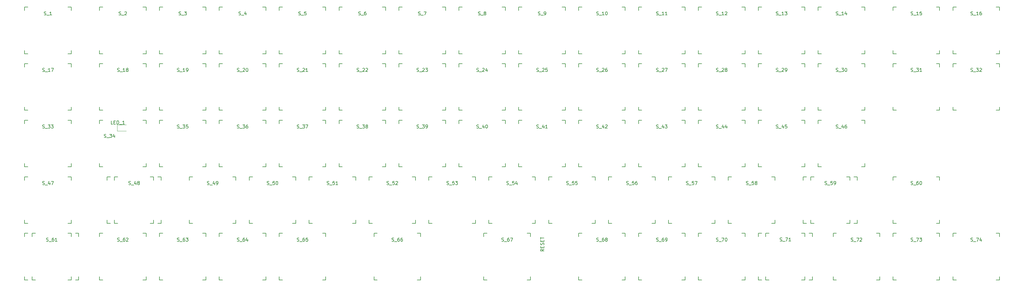
<source format=gto>
G04 #@! TF.GenerationSoftware,KiCad,Pcbnew,(5.1.8)-1*
G04 #@! TF.CreationDate,2021-03-20T07:11:13-07:00*
G04 #@! TF.ProjectId,Spritzgeback,53707269-747a-4676-9562-61636b2e6b69,rev?*
G04 #@! TF.SameCoordinates,Original*
G04 #@! TF.FileFunction,Legend,Top*
G04 #@! TF.FilePolarity,Positive*
%FSLAX46Y46*%
G04 Gerber Fmt 4.6, Leading zero omitted, Abs format (unit mm)*
G04 Created by KiCad (PCBNEW (5.1.8)-1) date 2021-03-20 07:11:13*
%MOMM*%
%LPD*%
G01*
G04 APERTURE LIST*
%ADD10C,0.150000*%
%ADD11C,0.120000*%
G04 APERTURE END LIST*
D10*
X7000000Y-1200000D02*
X7000000Y-2200000D01*
X6000000Y-15200000D02*
X7000000Y-15200000D01*
X7000000Y-1200000D02*
X6000000Y-1200000D01*
X7000000Y-14200000D02*
X7000000Y-15200000D01*
X-7000000Y-15200000D02*
X-7000000Y-14200000D01*
X-6000000Y-1200000D02*
X-7000000Y-1200000D01*
X-7000000Y-15200000D02*
X-6000000Y-15200000D01*
X-7000000Y-2200000D02*
X-7000000Y-1200000D01*
X29500000Y-1200000D02*
X29500000Y-2200000D01*
X28500000Y-15200000D02*
X29500000Y-15200000D01*
X29500000Y-1200000D02*
X28500000Y-1200000D01*
X29500000Y-14200000D02*
X29500000Y-15200000D01*
X15500000Y-15200000D02*
X15500000Y-14200000D01*
X16500000Y-1200000D02*
X15500000Y-1200000D01*
X15500000Y-15200000D02*
X16500000Y-15200000D01*
X15500000Y-2200000D02*
X15500000Y-1200000D01*
X47500000Y-1200000D02*
X47500000Y-2200000D01*
X46500000Y-15200000D02*
X47500000Y-15200000D01*
X47500000Y-1200000D02*
X46500000Y-1200000D01*
X47500000Y-14200000D02*
X47500000Y-15200000D01*
X33500000Y-15200000D02*
X33500000Y-14200000D01*
X34500000Y-1200000D02*
X33500000Y-1200000D01*
X33500000Y-15200000D02*
X34500000Y-15200000D01*
X33500000Y-2200000D02*
X33500000Y-1200000D01*
X65500000Y-1200000D02*
X65500000Y-2200000D01*
X64500000Y-15200000D02*
X65500000Y-15200000D01*
X65500000Y-1200000D02*
X64500000Y-1200000D01*
X65500000Y-14200000D02*
X65500000Y-15200000D01*
X51500000Y-15200000D02*
X51500000Y-14200000D01*
X52500000Y-1200000D02*
X51500000Y-1200000D01*
X51500000Y-15200000D02*
X52500000Y-15200000D01*
X51500000Y-2200000D02*
X51500000Y-1200000D01*
X83500000Y-1200000D02*
X83500000Y-2200000D01*
X82500000Y-15200000D02*
X83500000Y-15200000D01*
X83500000Y-1200000D02*
X82500000Y-1200000D01*
X83500000Y-14200000D02*
X83500000Y-15200000D01*
X69500000Y-15200000D02*
X69500000Y-14200000D01*
X70500000Y-1200000D02*
X69500000Y-1200000D01*
X69500000Y-15200000D02*
X70500000Y-15200000D01*
X69500000Y-2200000D02*
X69500000Y-1200000D01*
X101500000Y-1200000D02*
X101500000Y-2200000D01*
X100500000Y-15200000D02*
X101500000Y-15200000D01*
X101500000Y-1200000D02*
X100500000Y-1200000D01*
X101500000Y-14200000D02*
X101500000Y-15200000D01*
X87500000Y-15200000D02*
X87500000Y-14200000D01*
X88500000Y-1200000D02*
X87500000Y-1200000D01*
X87500000Y-15200000D02*
X88500000Y-15200000D01*
X87500000Y-2200000D02*
X87500000Y-1200000D01*
X119500000Y-1200000D02*
X119500000Y-2200000D01*
X118500000Y-15200000D02*
X119500000Y-15200000D01*
X119500000Y-1200000D02*
X118500000Y-1200000D01*
X119500000Y-14200000D02*
X119500000Y-15200000D01*
X105500000Y-15200000D02*
X105500000Y-14200000D01*
X106500000Y-1200000D02*
X105500000Y-1200000D01*
X105500000Y-15200000D02*
X106500000Y-15200000D01*
X105500000Y-2200000D02*
X105500000Y-1200000D01*
X137500000Y-1200000D02*
X137500000Y-2200000D01*
X136500000Y-15200000D02*
X137500000Y-15200000D01*
X137500000Y-1200000D02*
X136500000Y-1200000D01*
X137500000Y-14200000D02*
X137500000Y-15200000D01*
X123500000Y-15200000D02*
X123500000Y-14200000D01*
X124500000Y-1200000D02*
X123500000Y-1200000D01*
X123500000Y-15200000D02*
X124500000Y-15200000D01*
X123500000Y-2200000D02*
X123500000Y-1200000D01*
X155500000Y-1200000D02*
X155500000Y-2200000D01*
X154500000Y-15200000D02*
X155500000Y-15200000D01*
X155500000Y-1200000D02*
X154500000Y-1200000D01*
X155500000Y-14200000D02*
X155500000Y-15200000D01*
X141500000Y-15200000D02*
X141500000Y-14200000D01*
X142500000Y-1200000D02*
X141500000Y-1200000D01*
X141500000Y-15200000D02*
X142500000Y-15200000D01*
X141500000Y-2200000D02*
X141500000Y-1200000D01*
X173500000Y-1200000D02*
X173500000Y-2200000D01*
X172500000Y-15200000D02*
X173500000Y-15200000D01*
X173500000Y-1200000D02*
X172500000Y-1200000D01*
X173500000Y-14200000D02*
X173500000Y-15200000D01*
X159500000Y-15200000D02*
X159500000Y-14200000D01*
X160500000Y-1200000D02*
X159500000Y-1200000D01*
X159500000Y-15200000D02*
X160500000Y-15200000D01*
X159500000Y-2200000D02*
X159500000Y-1200000D01*
X191500000Y-1200000D02*
X191500000Y-2200000D01*
X190500000Y-15200000D02*
X191500000Y-15200000D01*
X191500000Y-1200000D02*
X190500000Y-1200000D01*
X191500000Y-14200000D02*
X191500000Y-15200000D01*
X177500000Y-15200000D02*
X177500000Y-14200000D01*
X178500000Y-1200000D02*
X177500000Y-1200000D01*
X177500000Y-15200000D02*
X178500000Y-15200000D01*
X177500000Y-2200000D02*
X177500000Y-1200000D01*
X209500000Y-1200000D02*
X209500000Y-2200000D01*
X208500000Y-15200000D02*
X209500000Y-15200000D01*
X209500000Y-1200000D02*
X208500000Y-1200000D01*
X209500000Y-14200000D02*
X209500000Y-15200000D01*
X195500000Y-15200000D02*
X195500000Y-14200000D01*
X196500000Y-1200000D02*
X195500000Y-1200000D01*
X195500000Y-15200000D02*
X196500000Y-15200000D01*
X195500000Y-2200000D02*
X195500000Y-1200000D01*
X227500000Y-1200000D02*
X227500000Y-2200000D01*
X226500000Y-15200000D02*
X227500000Y-15200000D01*
X227500000Y-1200000D02*
X226500000Y-1200000D01*
X227500000Y-14200000D02*
X227500000Y-15200000D01*
X213500000Y-15200000D02*
X213500000Y-14200000D01*
X214500000Y-1200000D02*
X213500000Y-1200000D01*
X213500000Y-15200000D02*
X214500000Y-15200000D01*
X213500000Y-2200000D02*
X213500000Y-1200000D01*
X245500000Y-1200000D02*
X245500000Y-2200000D01*
X244500000Y-15200000D02*
X245500000Y-15200000D01*
X245500000Y-1200000D02*
X244500000Y-1200000D01*
X245500000Y-14200000D02*
X245500000Y-15200000D01*
X231500000Y-15200000D02*
X231500000Y-14200000D01*
X232500000Y-1200000D02*
X231500000Y-1200000D01*
X231500000Y-15200000D02*
X232500000Y-15200000D01*
X231500000Y-2200000D02*
X231500000Y-1200000D01*
X268000000Y-1200000D02*
X268000000Y-2200000D01*
X267000000Y-15200000D02*
X268000000Y-15200000D01*
X268000000Y-1200000D02*
X267000000Y-1200000D01*
X268000000Y-14200000D02*
X268000000Y-15200000D01*
X254000000Y-15200000D02*
X254000000Y-14200000D01*
X255000000Y-1200000D02*
X254000000Y-1200000D01*
X254000000Y-15200000D02*
X255000000Y-15200000D01*
X254000000Y-2200000D02*
X254000000Y-1200000D01*
X286000000Y-1200000D02*
X286000000Y-2200000D01*
X285000000Y-15200000D02*
X286000000Y-15200000D01*
X286000000Y-1200000D02*
X285000000Y-1200000D01*
X286000000Y-14200000D02*
X286000000Y-15200000D01*
X272000000Y-15200000D02*
X272000000Y-14200000D01*
X273000000Y-1200000D02*
X272000000Y-1200000D01*
X272000000Y-15200000D02*
X273000000Y-15200000D01*
X272000000Y-2200000D02*
X272000000Y-1200000D01*
X7000000Y-18200000D02*
X7000000Y-19200000D01*
X6000000Y-32200000D02*
X7000000Y-32200000D01*
X7000000Y-18200000D02*
X6000000Y-18200000D01*
X7000000Y-31200000D02*
X7000000Y-32200000D01*
X-7000000Y-32200000D02*
X-7000000Y-31200000D01*
X-6000000Y-18200000D02*
X-7000000Y-18200000D01*
X-7000000Y-32200000D02*
X-6000000Y-32200000D01*
X-7000000Y-19200000D02*
X-7000000Y-18200000D01*
X29500000Y-18200000D02*
X29500000Y-19200000D01*
X28500000Y-32200000D02*
X29500000Y-32200000D01*
X29500000Y-18200000D02*
X28500000Y-18200000D01*
X29500000Y-31200000D02*
X29500000Y-32200000D01*
X15500000Y-32200000D02*
X15500000Y-31200000D01*
X16500000Y-18200000D02*
X15500000Y-18200000D01*
X15500000Y-32200000D02*
X16500000Y-32200000D01*
X15500000Y-19200000D02*
X15500000Y-18200000D01*
X47500000Y-18200000D02*
X47500000Y-19200000D01*
X46500000Y-32200000D02*
X47500000Y-32200000D01*
X47500000Y-18200000D02*
X46500000Y-18200000D01*
X47500000Y-31200000D02*
X47500000Y-32200000D01*
X33500000Y-32200000D02*
X33500000Y-31200000D01*
X34500000Y-18200000D02*
X33500000Y-18200000D01*
X33500000Y-32200000D02*
X34500000Y-32200000D01*
X33500000Y-19200000D02*
X33500000Y-18200000D01*
X65500000Y-18200000D02*
X65500000Y-19200000D01*
X64500000Y-32200000D02*
X65500000Y-32200000D01*
X65500000Y-18200000D02*
X64500000Y-18200000D01*
X65500000Y-31200000D02*
X65500000Y-32200000D01*
X51500000Y-32200000D02*
X51500000Y-31200000D01*
X52500000Y-18200000D02*
X51500000Y-18200000D01*
X51500000Y-32200000D02*
X52500000Y-32200000D01*
X51500000Y-19200000D02*
X51500000Y-18200000D01*
X83500000Y-18200000D02*
X83500000Y-19200000D01*
X82500000Y-32200000D02*
X83500000Y-32200000D01*
X83500000Y-18200000D02*
X82500000Y-18200000D01*
X83500000Y-31200000D02*
X83500000Y-32200000D01*
X69500000Y-32200000D02*
X69500000Y-31200000D01*
X70500000Y-18200000D02*
X69500000Y-18200000D01*
X69500000Y-32200000D02*
X70500000Y-32200000D01*
X69500000Y-19200000D02*
X69500000Y-18200000D01*
X101500000Y-18200000D02*
X101500000Y-19200000D01*
X100500000Y-32200000D02*
X101500000Y-32200000D01*
X101500000Y-18200000D02*
X100500000Y-18200000D01*
X101500000Y-31200000D02*
X101500000Y-32200000D01*
X87500000Y-32200000D02*
X87500000Y-31200000D01*
X88500000Y-18200000D02*
X87500000Y-18200000D01*
X87500000Y-32200000D02*
X88500000Y-32200000D01*
X87500000Y-19200000D02*
X87500000Y-18200000D01*
X119500000Y-18200000D02*
X119500000Y-19200000D01*
X118500000Y-32200000D02*
X119500000Y-32200000D01*
X119500000Y-18200000D02*
X118500000Y-18200000D01*
X119500000Y-31200000D02*
X119500000Y-32200000D01*
X105500000Y-32200000D02*
X105500000Y-31200000D01*
X106500000Y-18200000D02*
X105500000Y-18200000D01*
X105500000Y-32200000D02*
X106500000Y-32200000D01*
X105500000Y-19200000D02*
X105500000Y-18200000D01*
X137500000Y-18200000D02*
X137500000Y-19200000D01*
X136500000Y-32200000D02*
X137500000Y-32200000D01*
X137500000Y-18200000D02*
X136500000Y-18200000D01*
X137500000Y-31200000D02*
X137500000Y-32200000D01*
X123500000Y-32200000D02*
X123500000Y-31200000D01*
X124500000Y-18200000D02*
X123500000Y-18200000D01*
X123500000Y-32200000D02*
X124500000Y-32200000D01*
X123500000Y-19200000D02*
X123500000Y-18200000D01*
X155500000Y-18200000D02*
X155500000Y-19200000D01*
X154500000Y-32200000D02*
X155500000Y-32200000D01*
X155500000Y-18200000D02*
X154500000Y-18200000D01*
X155500000Y-31200000D02*
X155500000Y-32200000D01*
X141500000Y-32200000D02*
X141500000Y-31200000D01*
X142500000Y-18200000D02*
X141500000Y-18200000D01*
X141500000Y-32200000D02*
X142500000Y-32200000D01*
X141500000Y-19200000D02*
X141500000Y-18200000D01*
X173500000Y-18200000D02*
X173500000Y-19200000D01*
X172500000Y-32200000D02*
X173500000Y-32200000D01*
X173500000Y-18200000D02*
X172500000Y-18200000D01*
X173500000Y-31200000D02*
X173500000Y-32200000D01*
X159500000Y-32200000D02*
X159500000Y-31200000D01*
X160500000Y-18200000D02*
X159500000Y-18200000D01*
X159500000Y-32200000D02*
X160500000Y-32200000D01*
X159500000Y-19200000D02*
X159500000Y-18200000D01*
X191500000Y-18200000D02*
X191500000Y-19200000D01*
X190500000Y-32200000D02*
X191500000Y-32200000D01*
X191500000Y-18200000D02*
X190500000Y-18200000D01*
X191500000Y-31200000D02*
X191500000Y-32200000D01*
X177500000Y-32200000D02*
X177500000Y-31200000D01*
X178500000Y-18200000D02*
X177500000Y-18200000D01*
X177500000Y-32200000D02*
X178500000Y-32200000D01*
X177500000Y-19200000D02*
X177500000Y-18200000D01*
X209500000Y-18200000D02*
X209500000Y-19200000D01*
X208500000Y-32200000D02*
X209500000Y-32200000D01*
X209500000Y-18200000D02*
X208500000Y-18200000D01*
X209500000Y-31200000D02*
X209500000Y-32200000D01*
X195500000Y-32200000D02*
X195500000Y-31200000D01*
X196500000Y-18200000D02*
X195500000Y-18200000D01*
X195500000Y-32200000D02*
X196500000Y-32200000D01*
X195500000Y-19200000D02*
X195500000Y-18200000D01*
X227500000Y-18200000D02*
X227500000Y-19200000D01*
X226500000Y-32200000D02*
X227500000Y-32200000D01*
X227500000Y-18200000D02*
X226500000Y-18200000D01*
X227500000Y-31200000D02*
X227500000Y-32200000D01*
X213500000Y-32200000D02*
X213500000Y-31200000D01*
X214500000Y-18200000D02*
X213500000Y-18200000D01*
X213500000Y-32200000D02*
X214500000Y-32200000D01*
X213500000Y-19200000D02*
X213500000Y-18200000D01*
X245500000Y-18200000D02*
X245500000Y-19200000D01*
X244500000Y-32200000D02*
X245500000Y-32200000D01*
X245500000Y-18200000D02*
X244500000Y-18200000D01*
X245500000Y-31200000D02*
X245500000Y-32200000D01*
X231500000Y-32200000D02*
X231500000Y-31200000D01*
X232500000Y-18200000D02*
X231500000Y-18200000D01*
X231500000Y-32200000D02*
X232500000Y-32200000D01*
X231500000Y-19200000D02*
X231500000Y-18200000D01*
X268000000Y-18200000D02*
X268000000Y-19200000D01*
X267000000Y-32200000D02*
X268000000Y-32200000D01*
X268000000Y-18200000D02*
X267000000Y-18200000D01*
X268000000Y-31200000D02*
X268000000Y-32200000D01*
X254000000Y-32200000D02*
X254000000Y-31200000D01*
X255000000Y-18200000D02*
X254000000Y-18200000D01*
X254000000Y-32200000D02*
X255000000Y-32200000D01*
X254000000Y-19200000D02*
X254000000Y-18200000D01*
X286000000Y-18200000D02*
X286000000Y-19200000D01*
X285000000Y-32200000D02*
X286000000Y-32200000D01*
X286000000Y-18200000D02*
X285000000Y-18200000D01*
X286000000Y-31200000D02*
X286000000Y-32200000D01*
X272000000Y-32200000D02*
X272000000Y-31200000D01*
X273000000Y-18200000D02*
X272000000Y-18200000D01*
X272000000Y-32200000D02*
X273000000Y-32200000D01*
X272000000Y-19200000D02*
X272000000Y-18200000D01*
X7000000Y-35200000D02*
X7000000Y-36200000D01*
X6000000Y-49200000D02*
X7000000Y-49200000D01*
X7000000Y-35200000D02*
X6000000Y-35200000D01*
X7000000Y-48200000D02*
X7000000Y-49200000D01*
X-7000000Y-49200000D02*
X-7000000Y-48200000D01*
X-6000000Y-35200000D02*
X-7000000Y-35200000D01*
X-7000000Y-49200000D02*
X-6000000Y-49200000D01*
X-7000000Y-36200000D02*
X-7000000Y-35200000D01*
X29500000Y-35200000D02*
X29500000Y-36200000D01*
X28500000Y-49200000D02*
X29500000Y-49200000D01*
X29500000Y-35200000D02*
X28500000Y-35200000D01*
X29500000Y-48200000D02*
X29500000Y-49200000D01*
X15500000Y-49200000D02*
X15500000Y-48200000D01*
X16500000Y-35200000D02*
X15500000Y-35200000D01*
X15500000Y-49200000D02*
X16500000Y-49200000D01*
X15500000Y-36200000D02*
X15500000Y-35200000D01*
X47500000Y-35200000D02*
X47500000Y-36200000D01*
X46500000Y-49200000D02*
X47500000Y-49200000D01*
X47500000Y-35200000D02*
X46500000Y-35200000D01*
X47500000Y-48200000D02*
X47500000Y-49200000D01*
X33500000Y-49200000D02*
X33500000Y-48200000D01*
X34500000Y-35200000D02*
X33500000Y-35200000D01*
X33500000Y-49200000D02*
X34500000Y-49200000D01*
X33500000Y-36200000D02*
X33500000Y-35200000D01*
X65500000Y-35200000D02*
X65500000Y-36200000D01*
X64500000Y-49200000D02*
X65500000Y-49200000D01*
X65500000Y-35200000D02*
X64500000Y-35200000D01*
X65500000Y-48200000D02*
X65500000Y-49200000D01*
X51500000Y-49200000D02*
X51500000Y-48200000D01*
X52500000Y-35200000D02*
X51500000Y-35200000D01*
X51500000Y-49200000D02*
X52500000Y-49200000D01*
X51500000Y-36200000D02*
X51500000Y-35200000D01*
X83500000Y-35200000D02*
X83500000Y-36200000D01*
X82500000Y-49200000D02*
X83500000Y-49200000D01*
X83500000Y-35200000D02*
X82500000Y-35200000D01*
X83500000Y-48200000D02*
X83500000Y-49200000D01*
X69500000Y-49200000D02*
X69500000Y-48200000D01*
X70500000Y-35200000D02*
X69500000Y-35200000D01*
X69500000Y-49200000D02*
X70500000Y-49200000D01*
X69500000Y-36200000D02*
X69500000Y-35200000D01*
X101500000Y-35200000D02*
X101500000Y-36200000D01*
X100500000Y-49200000D02*
X101500000Y-49200000D01*
X101500000Y-35200000D02*
X100500000Y-35200000D01*
X101500000Y-48200000D02*
X101500000Y-49200000D01*
X87500000Y-49200000D02*
X87500000Y-48200000D01*
X88500000Y-35200000D02*
X87500000Y-35200000D01*
X87500000Y-49200000D02*
X88500000Y-49200000D01*
X87500000Y-36200000D02*
X87500000Y-35200000D01*
X119500000Y-35200000D02*
X119500000Y-36200000D01*
X118500000Y-49200000D02*
X119500000Y-49200000D01*
X119500000Y-35200000D02*
X118500000Y-35200000D01*
X119500000Y-48200000D02*
X119500000Y-49200000D01*
X105500000Y-49200000D02*
X105500000Y-48200000D01*
X106500000Y-35200000D02*
X105500000Y-35200000D01*
X105500000Y-49200000D02*
X106500000Y-49200000D01*
X105500000Y-36200000D02*
X105500000Y-35200000D01*
X137500000Y-35200000D02*
X137500000Y-36200000D01*
X136500000Y-49200000D02*
X137500000Y-49200000D01*
X137500000Y-35200000D02*
X136500000Y-35200000D01*
X137500000Y-48200000D02*
X137500000Y-49200000D01*
X123500000Y-49200000D02*
X123500000Y-48200000D01*
X124500000Y-35200000D02*
X123500000Y-35200000D01*
X123500000Y-49200000D02*
X124500000Y-49200000D01*
X123500000Y-36200000D02*
X123500000Y-35200000D01*
X155500000Y-35200000D02*
X155500000Y-36200000D01*
X154500000Y-49200000D02*
X155500000Y-49200000D01*
X155500000Y-35200000D02*
X154500000Y-35200000D01*
X155500000Y-48200000D02*
X155500000Y-49200000D01*
X141500000Y-49200000D02*
X141500000Y-48200000D01*
X142500000Y-35200000D02*
X141500000Y-35200000D01*
X141500000Y-49200000D02*
X142500000Y-49200000D01*
X141500000Y-36200000D02*
X141500000Y-35200000D01*
X173500000Y-35200000D02*
X173500000Y-36200000D01*
X172500000Y-49200000D02*
X173500000Y-49200000D01*
X173500000Y-35200000D02*
X172500000Y-35200000D01*
X173500000Y-48200000D02*
X173500000Y-49200000D01*
X159500000Y-49200000D02*
X159500000Y-48200000D01*
X160500000Y-35200000D02*
X159500000Y-35200000D01*
X159500000Y-49200000D02*
X160500000Y-49200000D01*
X159500000Y-36200000D02*
X159500000Y-35200000D01*
X191500000Y-35200000D02*
X191500000Y-36200000D01*
X190500000Y-49200000D02*
X191500000Y-49200000D01*
X191500000Y-35200000D02*
X190500000Y-35200000D01*
X191500000Y-48200000D02*
X191500000Y-49200000D01*
X177500000Y-49200000D02*
X177500000Y-48200000D01*
X178500000Y-35200000D02*
X177500000Y-35200000D01*
X177500000Y-49200000D02*
X178500000Y-49200000D01*
X177500000Y-36200000D02*
X177500000Y-35200000D01*
X209500000Y-35200000D02*
X209500000Y-36200000D01*
X208500000Y-49200000D02*
X209500000Y-49200000D01*
X209500000Y-35200000D02*
X208500000Y-35200000D01*
X209500000Y-48200000D02*
X209500000Y-49200000D01*
X195500000Y-49200000D02*
X195500000Y-48200000D01*
X196500000Y-35200000D02*
X195500000Y-35200000D01*
X195500000Y-49200000D02*
X196500000Y-49200000D01*
X195500000Y-36200000D02*
X195500000Y-35200000D01*
X227500000Y-35200000D02*
X227500000Y-36200000D01*
X226500000Y-49200000D02*
X227500000Y-49200000D01*
X227500000Y-35200000D02*
X226500000Y-35200000D01*
X227500000Y-48200000D02*
X227500000Y-49200000D01*
X213500000Y-49200000D02*
X213500000Y-48200000D01*
X214500000Y-35200000D02*
X213500000Y-35200000D01*
X213500000Y-49200000D02*
X214500000Y-49200000D01*
X213500000Y-36200000D02*
X213500000Y-35200000D01*
X245500000Y-35200000D02*
X245500000Y-36200000D01*
X244500000Y-49200000D02*
X245500000Y-49200000D01*
X245500000Y-35200000D02*
X244500000Y-35200000D01*
X245500000Y-48200000D02*
X245500000Y-49200000D01*
X231500000Y-49200000D02*
X231500000Y-48200000D01*
X232500000Y-35200000D02*
X231500000Y-35200000D01*
X231500000Y-49200000D02*
X232500000Y-49200000D01*
X231500000Y-36200000D02*
X231500000Y-35200000D01*
X7000000Y-52200000D02*
X7000000Y-53200000D01*
X6000000Y-66200000D02*
X7000000Y-66200000D01*
X7000000Y-52200000D02*
X6000000Y-52200000D01*
X7000000Y-65200000D02*
X7000000Y-66200000D01*
X-7000000Y-66200000D02*
X-7000000Y-65200000D01*
X-6000000Y-52200000D02*
X-7000000Y-52200000D01*
X-7000000Y-66200000D02*
X-6000000Y-66200000D01*
X-7000000Y-53200000D02*
X-7000000Y-52200000D01*
X34000000Y-52200000D02*
X34000000Y-53200000D01*
X33000000Y-66200000D02*
X34000000Y-66200000D01*
X34000000Y-52200000D02*
X33000000Y-52200000D01*
X34000000Y-65200000D02*
X34000000Y-66200000D01*
X20000000Y-66200000D02*
X20000000Y-65200000D01*
X21000000Y-52200000D02*
X20000000Y-52200000D01*
X20000000Y-66200000D02*
X21000000Y-66200000D01*
X20000000Y-53200000D02*
X20000000Y-52200000D01*
X56500000Y-52200000D02*
X56500000Y-53200000D01*
X55500000Y-66200000D02*
X56500000Y-66200000D01*
X56500000Y-52200000D02*
X55500000Y-52200000D01*
X56500000Y-65200000D02*
X56500000Y-66200000D01*
X42500000Y-66200000D02*
X42500000Y-65200000D01*
X43500000Y-52200000D02*
X42500000Y-52200000D01*
X42500000Y-66200000D02*
X43500000Y-66200000D01*
X42500000Y-53200000D02*
X42500000Y-52200000D01*
X74500000Y-52200000D02*
X74500000Y-53200000D01*
X73500000Y-66200000D02*
X74500000Y-66200000D01*
X74500000Y-52200000D02*
X73500000Y-52200000D01*
X74500000Y-65200000D02*
X74500000Y-66200000D01*
X60500000Y-66200000D02*
X60500000Y-65200000D01*
X61500000Y-52200000D02*
X60500000Y-52200000D01*
X60500000Y-66200000D02*
X61500000Y-66200000D01*
X60500000Y-53200000D02*
X60500000Y-52200000D01*
X92500000Y-52200000D02*
X92500000Y-53200000D01*
X91500000Y-66200000D02*
X92500000Y-66200000D01*
X92500000Y-52200000D02*
X91500000Y-52200000D01*
X92500000Y-65200000D02*
X92500000Y-66200000D01*
X78500000Y-66200000D02*
X78500000Y-65200000D01*
X79500000Y-52200000D02*
X78500000Y-52200000D01*
X78500000Y-66200000D02*
X79500000Y-66200000D01*
X78500000Y-53200000D02*
X78500000Y-52200000D01*
X110500000Y-52200000D02*
X110500000Y-53200000D01*
X109500000Y-66200000D02*
X110500000Y-66200000D01*
X110500000Y-52200000D02*
X109500000Y-52200000D01*
X110500000Y-65200000D02*
X110500000Y-66200000D01*
X96500000Y-66200000D02*
X96500000Y-65200000D01*
X97500000Y-52200000D02*
X96500000Y-52200000D01*
X96500000Y-66200000D02*
X97500000Y-66200000D01*
X96500000Y-53200000D02*
X96500000Y-52200000D01*
X128500000Y-52200000D02*
X128500000Y-53200000D01*
X127500000Y-66200000D02*
X128500000Y-66200000D01*
X128500000Y-52200000D02*
X127500000Y-52200000D01*
X128500000Y-65200000D02*
X128500000Y-66200000D01*
X114500000Y-66200000D02*
X114500000Y-65200000D01*
X115500000Y-52200000D02*
X114500000Y-52200000D01*
X114500000Y-66200000D02*
X115500000Y-66200000D01*
X114500000Y-53200000D02*
X114500000Y-52200000D01*
X146500000Y-52200000D02*
X146500000Y-53200000D01*
X145500000Y-66200000D02*
X146500000Y-66200000D01*
X146500000Y-52200000D02*
X145500000Y-52200000D01*
X146500000Y-65200000D02*
X146500000Y-66200000D01*
X132500000Y-66200000D02*
X132500000Y-65200000D01*
X133500000Y-52200000D02*
X132500000Y-52200000D01*
X132500000Y-66200000D02*
X133500000Y-66200000D01*
X132500000Y-53200000D02*
X132500000Y-52200000D01*
X164500000Y-52200000D02*
X164500000Y-53200000D01*
X163500000Y-66200000D02*
X164500000Y-66200000D01*
X164500000Y-52200000D02*
X163500000Y-52200000D01*
X164500000Y-65200000D02*
X164500000Y-66200000D01*
X150500000Y-66200000D02*
X150500000Y-65200000D01*
X151500000Y-52200000D02*
X150500000Y-52200000D01*
X150500000Y-66200000D02*
X151500000Y-66200000D01*
X150500000Y-53200000D02*
X150500000Y-52200000D01*
X182500000Y-52200000D02*
X182500000Y-53200000D01*
X181500000Y-66200000D02*
X182500000Y-66200000D01*
X182500000Y-52200000D02*
X181500000Y-52200000D01*
X182500000Y-65200000D02*
X182500000Y-66200000D01*
X168500000Y-66200000D02*
X168500000Y-65200000D01*
X169500000Y-52200000D02*
X168500000Y-52200000D01*
X168500000Y-66200000D02*
X169500000Y-66200000D01*
X168500000Y-53200000D02*
X168500000Y-52200000D01*
X200500000Y-52200000D02*
X200500000Y-53200000D01*
X199500000Y-66200000D02*
X200500000Y-66200000D01*
X200500000Y-52200000D02*
X199500000Y-52200000D01*
X200500000Y-65200000D02*
X200500000Y-66200000D01*
X186500000Y-66200000D02*
X186500000Y-65200000D01*
X187500000Y-52200000D02*
X186500000Y-52200000D01*
X186500000Y-66200000D02*
X187500000Y-66200000D01*
X186500000Y-53200000D02*
X186500000Y-52200000D01*
X218500000Y-52200000D02*
X218500000Y-53200000D01*
X217500000Y-66200000D02*
X218500000Y-66200000D01*
X218500000Y-52200000D02*
X217500000Y-52200000D01*
X218500000Y-65200000D02*
X218500000Y-66200000D01*
X204500000Y-66200000D02*
X204500000Y-65200000D01*
X205500000Y-52200000D02*
X204500000Y-52200000D01*
X204500000Y-66200000D02*
X205500000Y-66200000D01*
X204500000Y-53200000D02*
X204500000Y-52200000D01*
X241000000Y-52200000D02*
X241000000Y-53200000D01*
X240000000Y-66200000D02*
X241000000Y-66200000D01*
X241000000Y-52200000D02*
X240000000Y-52200000D01*
X241000000Y-65200000D02*
X241000000Y-66200000D01*
X227000000Y-66200000D02*
X227000000Y-65200000D01*
X228000000Y-52200000D02*
X227000000Y-52200000D01*
X227000000Y-66200000D02*
X228000000Y-66200000D01*
X227000000Y-53200000D02*
X227000000Y-52200000D01*
X268000000Y-52200000D02*
X268000000Y-53200000D01*
X267000000Y-66200000D02*
X268000000Y-66200000D01*
X268000000Y-52200000D02*
X267000000Y-52200000D01*
X268000000Y-65200000D02*
X268000000Y-66200000D01*
X254000000Y-66200000D02*
X254000000Y-65200000D01*
X255000000Y-52200000D02*
X254000000Y-52200000D01*
X254000000Y-66200000D02*
X255000000Y-66200000D01*
X254000000Y-53200000D02*
X254000000Y-52200000D01*
X7000000Y-69200000D02*
X7000000Y-70200000D01*
X6000000Y-83200000D02*
X7000000Y-83200000D01*
X7000000Y-69200000D02*
X6000000Y-69200000D01*
X7000000Y-82200000D02*
X7000000Y-83200000D01*
X-7000000Y-83200000D02*
X-7000000Y-82200000D01*
X-6000000Y-69200000D02*
X-7000000Y-69200000D01*
X-7000000Y-83200000D02*
X-6000000Y-83200000D01*
X-7000000Y-70200000D02*
X-7000000Y-69200000D01*
X29500000Y-69200000D02*
X29500000Y-70200000D01*
X28500000Y-83200000D02*
X29500000Y-83200000D01*
X29500000Y-69200000D02*
X28500000Y-69200000D01*
X29500000Y-82200000D02*
X29500000Y-83200000D01*
X15500000Y-83200000D02*
X15500000Y-82200000D01*
X16500000Y-69200000D02*
X15500000Y-69200000D01*
X15500000Y-83200000D02*
X16500000Y-83200000D01*
X15500000Y-70200000D02*
X15500000Y-69200000D01*
X47500000Y-69200000D02*
X47500000Y-70200000D01*
X46500000Y-83200000D02*
X47500000Y-83200000D01*
X47500000Y-69200000D02*
X46500000Y-69200000D01*
X47500000Y-82200000D02*
X47500000Y-83200000D01*
X33500000Y-83200000D02*
X33500000Y-82200000D01*
X34500000Y-69200000D02*
X33500000Y-69200000D01*
X33500000Y-83200000D02*
X34500000Y-83200000D01*
X33500000Y-70200000D02*
X33500000Y-69200000D01*
X65500000Y-69200000D02*
X65500000Y-70200000D01*
X64500000Y-83200000D02*
X65500000Y-83200000D01*
X65500000Y-69200000D02*
X64500000Y-69200000D01*
X65500000Y-82200000D02*
X65500000Y-83200000D01*
X51500000Y-83200000D02*
X51500000Y-82200000D01*
X52500000Y-69200000D02*
X51500000Y-69200000D01*
X51500000Y-83200000D02*
X52500000Y-83200000D01*
X51500000Y-70200000D02*
X51500000Y-69200000D01*
X83500000Y-69200000D02*
X83500000Y-70200000D01*
X82500000Y-83200000D02*
X83500000Y-83200000D01*
X83500000Y-69200000D02*
X82500000Y-69200000D01*
X83500000Y-82200000D02*
X83500000Y-83200000D01*
X69500000Y-83200000D02*
X69500000Y-82200000D01*
X70500000Y-69200000D02*
X69500000Y-69200000D01*
X69500000Y-83200000D02*
X70500000Y-83200000D01*
X69500000Y-70200000D02*
X69500000Y-69200000D01*
X112000000Y-69200000D02*
X112000000Y-70200000D01*
X111000000Y-83200000D02*
X112000000Y-83200000D01*
X112000000Y-69200000D02*
X111000000Y-69200000D01*
X112000000Y-82200000D02*
X112000000Y-83200000D01*
X98000000Y-83200000D02*
X98000000Y-82200000D01*
X99000000Y-69200000D02*
X98000000Y-69200000D01*
X98000000Y-83200000D02*
X99000000Y-83200000D01*
X98000000Y-70200000D02*
X98000000Y-69200000D01*
X145000000Y-69200000D02*
X145000000Y-70200000D01*
X144000000Y-83200000D02*
X145000000Y-83200000D01*
X145000000Y-69200000D02*
X144000000Y-69200000D01*
X145000000Y-82200000D02*
X145000000Y-83200000D01*
X131000000Y-83200000D02*
X131000000Y-82200000D01*
X132000000Y-69200000D02*
X131000000Y-69200000D01*
X131000000Y-83200000D02*
X132000000Y-83200000D01*
X131000000Y-70200000D02*
X131000000Y-69200000D01*
X173500000Y-69200000D02*
X173500000Y-70200000D01*
X172500000Y-83200000D02*
X173500000Y-83200000D01*
X173500000Y-69200000D02*
X172500000Y-69200000D01*
X173500000Y-82200000D02*
X173500000Y-83200000D01*
X159500000Y-83200000D02*
X159500000Y-82200000D01*
X160500000Y-69200000D02*
X159500000Y-69200000D01*
X159500000Y-83200000D02*
X160500000Y-83200000D01*
X159500000Y-70200000D02*
X159500000Y-69200000D01*
X191500000Y-69200000D02*
X191500000Y-70200000D01*
X190500000Y-83200000D02*
X191500000Y-83200000D01*
X191500000Y-69200000D02*
X190500000Y-69200000D01*
X191500000Y-82200000D02*
X191500000Y-83200000D01*
X177500000Y-83200000D02*
X177500000Y-82200000D01*
X178500000Y-69200000D02*
X177500000Y-69200000D01*
X177500000Y-83200000D02*
X178500000Y-83200000D01*
X177500000Y-70200000D02*
X177500000Y-69200000D01*
X209500000Y-69200000D02*
X209500000Y-70200000D01*
X208500000Y-83200000D02*
X209500000Y-83200000D01*
X209500000Y-69200000D02*
X208500000Y-69200000D01*
X209500000Y-82200000D02*
X209500000Y-83200000D01*
X195500000Y-83200000D02*
X195500000Y-82200000D01*
X196500000Y-69200000D02*
X195500000Y-69200000D01*
X195500000Y-83200000D02*
X196500000Y-83200000D01*
X195500000Y-70200000D02*
X195500000Y-69200000D01*
X227500000Y-69200000D02*
X227500000Y-70200000D01*
X226500000Y-83200000D02*
X227500000Y-83200000D01*
X227500000Y-69200000D02*
X226500000Y-69200000D01*
X227500000Y-82200000D02*
X227500000Y-83200000D01*
X213500000Y-83200000D02*
X213500000Y-82200000D01*
X214500000Y-69200000D02*
X213500000Y-69200000D01*
X213500000Y-83200000D02*
X214500000Y-83200000D01*
X213500000Y-70200000D02*
X213500000Y-69200000D01*
X250000000Y-69200000D02*
X250000000Y-70200000D01*
X249000000Y-83200000D02*
X250000000Y-83200000D01*
X250000000Y-69200000D02*
X249000000Y-69200000D01*
X250000000Y-82200000D02*
X250000000Y-83200000D01*
X236000000Y-83200000D02*
X236000000Y-82200000D01*
X237000000Y-69200000D02*
X236000000Y-69200000D01*
X236000000Y-83200000D02*
X237000000Y-83200000D01*
X236000000Y-70200000D02*
X236000000Y-69200000D01*
X268000000Y-69200000D02*
X268000000Y-70200000D01*
X267000000Y-83200000D02*
X268000000Y-83200000D01*
X268000000Y-69200000D02*
X267000000Y-69200000D01*
X268000000Y-82200000D02*
X268000000Y-83200000D01*
X254000000Y-83200000D02*
X254000000Y-82200000D01*
X255000000Y-69200000D02*
X254000000Y-69200000D01*
X254000000Y-83200000D02*
X255000000Y-83200000D01*
X254000000Y-70200000D02*
X254000000Y-69200000D01*
X286000000Y-69200000D02*
X286000000Y-70200000D01*
X285000000Y-83200000D02*
X286000000Y-83200000D01*
X286000000Y-69200000D02*
X285000000Y-69200000D01*
X286000000Y-82200000D02*
X286000000Y-83200000D01*
X272000000Y-83200000D02*
X272000000Y-82200000D01*
X273000000Y-69200000D02*
X272000000Y-69200000D01*
X272000000Y-83200000D02*
X273000000Y-83200000D01*
X272000000Y-70200000D02*
X272000000Y-69200000D01*
X243250000Y-52200000D02*
X243250000Y-53200000D01*
X242250000Y-66200000D02*
X243250000Y-66200000D01*
X243250000Y-52200000D02*
X242250000Y-52200000D01*
X243250000Y-65200000D02*
X243250000Y-66200000D01*
X229250000Y-66200000D02*
X229250000Y-65200000D01*
X230250000Y-52200000D02*
X229250000Y-52200000D01*
X229250000Y-66200000D02*
X230250000Y-66200000D01*
X229250000Y-53200000D02*
X229250000Y-52200000D01*
X31750000Y-52200000D02*
X31750000Y-53200000D01*
X30750000Y-66200000D02*
X31750000Y-66200000D01*
X31750000Y-52200000D02*
X30750000Y-52200000D01*
X31750000Y-65200000D02*
X31750000Y-66200000D01*
X17750000Y-66200000D02*
X17750000Y-65200000D01*
X18750000Y-52200000D02*
X17750000Y-52200000D01*
X17750000Y-66200000D02*
X18750000Y-66200000D01*
X17750000Y-53200000D02*
X17750000Y-52200000D01*
X9250000Y-69200000D02*
X9250000Y-70200000D01*
X8250000Y-83200000D02*
X9250000Y-83200000D01*
X9250000Y-69200000D02*
X8250000Y-69200000D01*
X9250000Y-82200000D02*
X9250000Y-83200000D01*
X-4750000Y-83200000D02*
X-4750000Y-82200000D01*
X-3750000Y-69200000D02*
X-4750000Y-69200000D01*
X-4750000Y-83200000D02*
X-3750000Y-83200000D01*
X-4750000Y-70200000D02*
X-4750000Y-69200000D01*
X229750000Y-69200000D02*
X229750000Y-70200000D01*
X228750000Y-83200000D02*
X229750000Y-83200000D01*
X229750000Y-69200000D02*
X228750000Y-69200000D01*
X229750000Y-82200000D02*
X229750000Y-83200000D01*
X215750000Y-83200000D02*
X215750000Y-82200000D01*
X216750000Y-69200000D02*
X215750000Y-69200000D01*
X215750000Y-83200000D02*
X216750000Y-83200000D01*
X215750000Y-70200000D02*
X215750000Y-69200000D01*
D11*
X23500000Y-36540000D02*
X20815000Y-36540000D01*
X20815000Y-36540000D02*
X20815000Y-38460000D01*
X20815000Y-38460000D02*
X23500000Y-38460000D01*
D10*
X-1142857Y-3524761D02*
X-1000000Y-3572380D01*
X-761904Y-3572380D01*
X-666666Y-3524761D01*
X-619047Y-3477142D01*
X-571428Y-3381904D01*
X-571428Y-3286666D01*
X-619047Y-3191428D01*
X-666666Y-3143809D01*
X-761904Y-3096190D01*
X-952380Y-3048571D01*
X-1047619Y-3000952D01*
X-1095238Y-2953333D01*
X-1142857Y-2858095D01*
X-1142857Y-2762857D01*
X-1095238Y-2667619D01*
X-1047619Y-2620000D01*
X-952380Y-2572380D01*
X-714285Y-2572380D01*
X-571428Y-2620000D01*
X-380952Y-3667619D02*
X380952Y-3667619D01*
X1142857Y-3572380D02*
X571428Y-3572380D01*
X857142Y-3572380D02*
X857142Y-2572380D01*
X761904Y-2715238D01*
X666666Y-2810476D01*
X571428Y-2858095D01*
X21357142Y-3524761D02*
X21500000Y-3572380D01*
X21738095Y-3572380D01*
X21833333Y-3524761D01*
X21880952Y-3477142D01*
X21928571Y-3381904D01*
X21928571Y-3286666D01*
X21880952Y-3191428D01*
X21833333Y-3143809D01*
X21738095Y-3096190D01*
X21547619Y-3048571D01*
X21452380Y-3000952D01*
X21404761Y-2953333D01*
X21357142Y-2858095D01*
X21357142Y-2762857D01*
X21404761Y-2667619D01*
X21452380Y-2620000D01*
X21547619Y-2572380D01*
X21785714Y-2572380D01*
X21928571Y-2620000D01*
X22119047Y-3667619D02*
X22880952Y-3667619D01*
X23071428Y-2667619D02*
X23119047Y-2620000D01*
X23214285Y-2572380D01*
X23452380Y-2572380D01*
X23547619Y-2620000D01*
X23595238Y-2667619D01*
X23642857Y-2762857D01*
X23642857Y-2858095D01*
X23595238Y-3000952D01*
X23023809Y-3572380D01*
X23642857Y-3572380D01*
X39357142Y-3524761D02*
X39500000Y-3572380D01*
X39738095Y-3572380D01*
X39833333Y-3524761D01*
X39880952Y-3477142D01*
X39928571Y-3381904D01*
X39928571Y-3286666D01*
X39880952Y-3191428D01*
X39833333Y-3143809D01*
X39738095Y-3096190D01*
X39547619Y-3048571D01*
X39452380Y-3000952D01*
X39404761Y-2953333D01*
X39357142Y-2858095D01*
X39357142Y-2762857D01*
X39404761Y-2667619D01*
X39452380Y-2620000D01*
X39547619Y-2572380D01*
X39785714Y-2572380D01*
X39928571Y-2620000D01*
X40119047Y-3667619D02*
X40880952Y-3667619D01*
X41023809Y-2572380D02*
X41642857Y-2572380D01*
X41309523Y-2953333D01*
X41452380Y-2953333D01*
X41547619Y-3000952D01*
X41595238Y-3048571D01*
X41642857Y-3143809D01*
X41642857Y-3381904D01*
X41595238Y-3477142D01*
X41547619Y-3524761D01*
X41452380Y-3572380D01*
X41166666Y-3572380D01*
X41071428Y-3524761D01*
X41023809Y-3477142D01*
X57357142Y-3524761D02*
X57500000Y-3572380D01*
X57738095Y-3572380D01*
X57833333Y-3524761D01*
X57880952Y-3477142D01*
X57928571Y-3381904D01*
X57928571Y-3286666D01*
X57880952Y-3191428D01*
X57833333Y-3143809D01*
X57738095Y-3096190D01*
X57547619Y-3048571D01*
X57452380Y-3000952D01*
X57404761Y-2953333D01*
X57357142Y-2858095D01*
X57357142Y-2762857D01*
X57404761Y-2667619D01*
X57452380Y-2620000D01*
X57547619Y-2572380D01*
X57785714Y-2572380D01*
X57928571Y-2620000D01*
X58119047Y-3667619D02*
X58880952Y-3667619D01*
X59547619Y-2905714D02*
X59547619Y-3572380D01*
X59309523Y-2524761D02*
X59071428Y-3239047D01*
X59690476Y-3239047D01*
X75357142Y-3524761D02*
X75500000Y-3572380D01*
X75738095Y-3572380D01*
X75833333Y-3524761D01*
X75880952Y-3477142D01*
X75928571Y-3381904D01*
X75928571Y-3286666D01*
X75880952Y-3191428D01*
X75833333Y-3143809D01*
X75738095Y-3096190D01*
X75547619Y-3048571D01*
X75452380Y-3000952D01*
X75404761Y-2953333D01*
X75357142Y-2858095D01*
X75357142Y-2762857D01*
X75404761Y-2667619D01*
X75452380Y-2620000D01*
X75547619Y-2572380D01*
X75785714Y-2572380D01*
X75928571Y-2620000D01*
X76119047Y-3667619D02*
X76880952Y-3667619D01*
X77595238Y-2572380D02*
X77119047Y-2572380D01*
X77071428Y-3048571D01*
X77119047Y-3000952D01*
X77214285Y-2953333D01*
X77452380Y-2953333D01*
X77547619Y-3000952D01*
X77595238Y-3048571D01*
X77642857Y-3143809D01*
X77642857Y-3381904D01*
X77595238Y-3477142D01*
X77547619Y-3524761D01*
X77452380Y-3572380D01*
X77214285Y-3572380D01*
X77119047Y-3524761D01*
X77071428Y-3477142D01*
X93357142Y-3524761D02*
X93500000Y-3572380D01*
X93738095Y-3572380D01*
X93833333Y-3524761D01*
X93880952Y-3477142D01*
X93928571Y-3381904D01*
X93928571Y-3286666D01*
X93880952Y-3191428D01*
X93833333Y-3143809D01*
X93738095Y-3096190D01*
X93547619Y-3048571D01*
X93452380Y-3000952D01*
X93404761Y-2953333D01*
X93357142Y-2858095D01*
X93357142Y-2762857D01*
X93404761Y-2667619D01*
X93452380Y-2620000D01*
X93547619Y-2572380D01*
X93785714Y-2572380D01*
X93928571Y-2620000D01*
X94119047Y-3667619D02*
X94880952Y-3667619D01*
X95547619Y-2572380D02*
X95357142Y-2572380D01*
X95261904Y-2620000D01*
X95214285Y-2667619D01*
X95119047Y-2810476D01*
X95071428Y-3000952D01*
X95071428Y-3381904D01*
X95119047Y-3477142D01*
X95166666Y-3524761D01*
X95261904Y-3572380D01*
X95452380Y-3572380D01*
X95547619Y-3524761D01*
X95595238Y-3477142D01*
X95642857Y-3381904D01*
X95642857Y-3143809D01*
X95595238Y-3048571D01*
X95547619Y-3000952D01*
X95452380Y-2953333D01*
X95261904Y-2953333D01*
X95166666Y-3000952D01*
X95119047Y-3048571D01*
X95071428Y-3143809D01*
X111357142Y-3524761D02*
X111500000Y-3572380D01*
X111738095Y-3572380D01*
X111833333Y-3524761D01*
X111880952Y-3477142D01*
X111928571Y-3381904D01*
X111928571Y-3286666D01*
X111880952Y-3191428D01*
X111833333Y-3143809D01*
X111738095Y-3096190D01*
X111547619Y-3048571D01*
X111452380Y-3000952D01*
X111404761Y-2953333D01*
X111357142Y-2858095D01*
X111357142Y-2762857D01*
X111404761Y-2667619D01*
X111452380Y-2620000D01*
X111547619Y-2572380D01*
X111785714Y-2572380D01*
X111928571Y-2620000D01*
X112119047Y-3667619D02*
X112880952Y-3667619D01*
X113023809Y-2572380D02*
X113690476Y-2572380D01*
X113261904Y-3572380D01*
X129357142Y-3524761D02*
X129500000Y-3572380D01*
X129738095Y-3572380D01*
X129833333Y-3524761D01*
X129880952Y-3477142D01*
X129928571Y-3381904D01*
X129928571Y-3286666D01*
X129880952Y-3191428D01*
X129833333Y-3143809D01*
X129738095Y-3096190D01*
X129547619Y-3048571D01*
X129452380Y-3000952D01*
X129404761Y-2953333D01*
X129357142Y-2858095D01*
X129357142Y-2762857D01*
X129404761Y-2667619D01*
X129452380Y-2620000D01*
X129547619Y-2572380D01*
X129785714Y-2572380D01*
X129928571Y-2620000D01*
X130119047Y-3667619D02*
X130880952Y-3667619D01*
X131261904Y-3000952D02*
X131166666Y-2953333D01*
X131119047Y-2905714D01*
X131071428Y-2810476D01*
X131071428Y-2762857D01*
X131119047Y-2667619D01*
X131166666Y-2620000D01*
X131261904Y-2572380D01*
X131452380Y-2572380D01*
X131547619Y-2620000D01*
X131595238Y-2667619D01*
X131642857Y-2762857D01*
X131642857Y-2810476D01*
X131595238Y-2905714D01*
X131547619Y-2953333D01*
X131452380Y-3000952D01*
X131261904Y-3000952D01*
X131166666Y-3048571D01*
X131119047Y-3096190D01*
X131071428Y-3191428D01*
X131071428Y-3381904D01*
X131119047Y-3477142D01*
X131166666Y-3524761D01*
X131261904Y-3572380D01*
X131452380Y-3572380D01*
X131547619Y-3524761D01*
X131595238Y-3477142D01*
X131642857Y-3381904D01*
X131642857Y-3191428D01*
X131595238Y-3096190D01*
X131547619Y-3048571D01*
X131452380Y-3000952D01*
X147357142Y-3524761D02*
X147500000Y-3572380D01*
X147738095Y-3572380D01*
X147833333Y-3524761D01*
X147880952Y-3477142D01*
X147928571Y-3381904D01*
X147928571Y-3286666D01*
X147880952Y-3191428D01*
X147833333Y-3143809D01*
X147738095Y-3096190D01*
X147547619Y-3048571D01*
X147452380Y-3000952D01*
X147404761Y-2953333D01*
X147357142Y-2858095D01*
X147357142Y-2762857D01*
X147404761Y-2667619D01*
X147452380Y-2620000D01*
X147547619Y-2572380D01*
X147785714Y-2572380D01*
X147928571Y-2620000D01*
X148119047Y-3667619D02*
X148880952Y-3667619D01*
X149166666Y-3572380D02*
X149357142Y-3572380D01*
X149452380Y-3524761D01*
X149500000Y-3477142D01*
X149595238Y-3334285D01*
X149642857Y-3143809D01*
X149642857Y-2762857D01*
X149595238Y-2667619D01*
X149547619Y-2620000D01*
X149452380Y-2572380D01*
X149261904Y-2572380D01*
X149166666Y-2620000D01*
X149119047Y-2667619D01*
X149071428Y-2762857D01*
X149071428Y-3000952D01*
X149119047Y-3096190D01*
X149166666Y-3143809D01*
X149261904Y-3191428D01*
X149452380Y-3191428D01*
X149547619Y-3143809D01*
X149595238Y-3096190D01*
X149642857Y-3000952D01*
X164880952Y-3524761D02*
X165023809Y-3572380D01*
X165261904Y-3572380D01*
X165357142Y-3524761D01*
X165404761Y-3477142D01*
X165452380Y-3381904D01*
X165452380Y-3286666D01*
X165404761Y-3191428D01*
X165357142Y-3143809D01*
X165261904Y-3096190D01*
X165071428Y-3048571D01*
X164976190Y-3000952D01*
X164928571Y-2953333D01*
X164880952Y-2858095D01*
X164880952Y-2762857D01*
X164928571Y-2667619D01*
X164976190Y-2620000D01*
X165071428Y-2572380D01*
X165309523Y-2572380D01*
X165452380Y-2620000D01*
X165642857Y-3667619D02*
X166404761Y-3667619D01*
X167166666Y-3572380D02*
X166595238Y-3572380D01*
X166880952Y-3572380D02*
X166880952Y-2572380D01*
X166785714Y-2715238D01*
X166690476Y-2810476D01*
X166595238Y-2858095D01*
X167785714Y-2572380D02*
X167880952Y-2572380D01*
X167976190Y-2620000D01*
X168023809Y-2667619D01*
X168071428Y-2762857D01*
X168119047Y-2953333D01*
X168119047Y-3191428D01*
X168071428Y-3381904D01*
X168023809Y-3477142D01*
X167976190Y-3524761D01*
X167880952Y-3572380D01*
X167785714Y-3572380D01*
X167690476Y-3524761D01*
X167642857Y-3477142D01*
X167595238Y-3381904D01*
X167547619Y-3191428D01*
X167547619Y-2953333D01*
X167595238Y-2762857D01*
X167642857Y-2667619D01*
X167690476Y-2620000D01*
X167785714Y-2572380D01*
X182880952Y-3524761D02*
X183023809Y-3572380D01*
X183261904Y-3572380D01*
X183357142Y-3524761D01*
X183404761Y-3477142D01*
X183452380Y-3381904D01*
X183452380Y-3286666D01*
X183404761Y-3191428D01*
X183357142Y-3143809D01*
X183261904Y-3096190D01*
X183071428Y-3048571D01*
X182976190Y-3000952D01*
X182928571Y-2953333D01*
X182880952Y-2858095D01*
X182880952Y-2762857D01*
X182928571Y-2667619D01*
X182976190Y-2620000D01*
X183071428Y-2572380D01*
X183309523Y-2572380D01*
X183452380Y-2620000D01*
X183642857Y-3667619D02*
X184404761Y-3667619D01*
X185166666Y-3572380D02*
X184595238Y-3572380D01*
X184880952Y-3572380D02*
X184880952Y-2572380D01*
X184785714Y-2715238D01*
X184690476Y-2810476D01*
X184595238Y-2858095D01*
X186119047Y-3572380D02*
X185547619Y-3572380D01*
X185833333Y-3572380D02*
X185833333Y-2572380D01*
X185738095Y-2715238D01*
X185642857Y-2810476D01*
X185547619Y-2858095D01*
X200880952Y-3524761D02*
X201023809Y-3572380D01*
X201261904Y-3572380D01*
X201357142Y-3524761D01*
X201404761Y-3477142D01*
X201452380Y-3381904D01*
X201452380Y-3286666D01*
X201404761Y-3191428D01*
X201357142Y-3143809D01*
X201261904Y-3096190D01*
X201071428Y-3048571D01*
X200976190Y-3000952D01*
X200928571Y-2953333D01*
X200880952Y-2858095D01*
X200880952Y-2762857D01*
X200928571Y-2667619D01*
X200976190Y-2620000D01*
X201071428Y-2572380D01*
X201309523Y-2572380D01*
X201452380Y-2620000D01*
X201642857Y-3667619D02*
X202404761Y-3667619D01*
X203166666Y-3572380D02*
X202595238Y-3572380D01*
X202880952Y-3572380D02*
X202880952Y-2572380D01*
X202785714Y-2715238D01*
X202690476Y-2810476D01*
X202595238Y-2858095D01*
X203547619Y-2667619D02*
X203595238Y-2620000D01*
X203690476Y-2572380D01*
X203928571Y-2572380D01*
X204023809Y-2620000D01*
X204071428Y-2667619D01*
X204119047Y-2762857D01*
X204119047Y-2858095D01*
X204071428Y-3000952D01*
X203500000Y-3572380D01*
X204119047Y-3572380D01*
X218880952Y-3524761D02*
X219023809Y-3572380D01*
X219261904Y-3572380D01*
X219357142Y-3524761D01*
X219404761Y-3477142D01*
X219452380Y-3381904D01*
X219452380Y-3286666D01*
X219404761Y-3191428D01*
X219357142Y-3143809D01*
X219261904Y-3096190D01*
X219071428Y-3048571D01*
X218976190Y-3000952D01*
X218928571Y-2953333D01*
X218880952Y-2858095D01*
X218880952Y-2762857D01*
X218928571Y-2667619D01*
X218976190Y-2620000D01*
X219071428Y-2572380D01*
X219309523Y-2572380D01*
X219452380Y-2620000D01*
X219642857Y-3667619D02*
X220404761Y-3667619D01*
X221166666Y-3572380D02*
X220595238Y-3572380D01*
X220880952Y-3572380D02*
X220880952Y-2572380D01*
X220785714Y-2715238D01*
X220690476Y-2810476D01*
X220595238Y-2858095D01*
X221500000Y-2572380D02*
X222119047Y-2572380D01*
X221785714Y-2953333D01*
X221928571Y-2953333D01*
X222023809Y-3000952D01*
X222071428Y-3048571D01*
X222119047Y-3143809D01*
X222119047Y-3381904D01*
X222071428Y-3477142D01*
X222023809Y-3524761D01*
X221928571Y-3572380D01*
X221642857Y-3572380D01*
X221547619Y-3524761D01*
X221500000Y-3477142D01*
X236880952Y-3524761D02*
X237023809Y-3572380D01*
X237261904Y-3572380D01*
X237357142Y-3524761D01*
X237404761Y-3477142D01*
X237452380Y-3381904D01*
X237452380Y-3286666D01*
X237404761Y-3191428D01*
X237357142Y-3143809D01*
X237261904Y-3096190D01*
X237071428Y-3048571D01*
X236976190Y-3000952D01*
X236928571Y-2953333D01*
X236880952Y-2858095D01*
X236880952Y-2762857D01*
X236928571Y-2667619D01*
X236976190Y-2620000D01*
X237071428Y-2572380D01*
X237309523Y-2572380D01*
X237452380Y-2620000D01*
X237642857Y-3667619D02*
X238404761Y-3667619D01*
X239166666Y-3572380D02*
X238595238Y-3572380D01*
X238880952Y-3572380D02*
X238880952Y-2572380D01*
X238785714Y-2715238D01*
X238690476Y-2810476D01*
X238595238Y-2858095D01*
X240023809Y-2905714D02*
X240023809Y-3572380D01*
X239785714Y-2524761D02*
X239547619Y-3239047D01*
X240166666Y-3239047D01*
X259380952Y-3524761D02*
X259523809Y-3572380D01*
X259761904Y-3572380D01*
X259857142Y-3524761D01*
X259904761Y-3477142D01*
X259952380Y-3381904D01*
X259952380Y-3286666D01*
X259904761Y-3191428D01*
X259857142Y-3143809D01*
X259761904Y-3096190D01*
X259571428Y-3048571D01*
X259476190Y-3000952D01*
X259428571Y-2953333D01*
X259380952Y-2858095D01*
X259380952Y-2762857D01*
X259428571Y-2667619D01*
X259476190Y-2620000D01*
X259571428Y-2572380D01*
X259809523Y-2572380D01*
X259952380Y-2620000D01*
X260142857Y-3667619D02*
X260904761Y-3667619D01*
X261666666Y-3572380D02*
X261095238Y-3572380D01*
X261380952Y-3572380D02*
X261380952Y-2572380D01*
X261285714Y-2715238D01*
X261190476Y-2810476D01*
X261095238Y-2858095D01*
X262571428Y-2572380D02*
X262095238Y-2572380D01*
X262047619Y-3048571D01*
X262095238Y-3000952D01*
X262190476Y-2953333D01*
X262428571Y-2953333D01*
X262523809Y-3000952D01*
X262571428Y-3048571D01*
X262619047Y-3143809D01*
X262619047Y-3381904D01*
X262571428Y-3477142D01*
X262523809Y-3524761D01*
X262428571Y-3572380D01*
X262190476Y-3572380D01*
X262095238Y-3524761D01*
X262047619Y-3477142D01*
X277380952Y-3524761D02*
X277523809Y-3572380D01*
X277761904Y-3572380D01*
X277857142Y-3524761D01*
X277904761Y-3477142D01*
X277952380Y-3381904D01*
X277952380Y-3286666D01*
X277904761Y-3191428D01*
X277857142Y-3143809D01*
X277761904Y-3096190D01*
X277571428Y-3048571D01*
X277476190Y-3000952D01*
X277428571Y-2953333D01*
X277380952Y-2858095D01*
X277380952Y-2762857D01*
X277428571Y-2667619D01*
X277476190Y-2620000D01*
X277571428Y-2572380D01*
X277809523Y-2572380D01*
X277952380Y-2620000D01*
X278142857Y-3667619D02*
X278904761Y-3667619D01*
X279666666Y-3572380D02*
X279095238Y-3572380D01*
X279380952Y-3572380D02*
X279380952Y-2572380D01*
X279285714Y-2715238D01*
X279190476Y-2810476D01*
X279095238Y-2858095D01*
X280523809Y-2572380D02*
X280333333Y-2572380D01*
X280238095Y-2620000D01*
X280190476Y-2667619D01*
X280095238Y-2810476D01*
X280047619Y-3000952D01*
X280047619Y-3381904D01*
X280095238Y-3477142D01*
X280142857Y-3524761D01*
X280238095Y-3572380D01*
X280428571Y-3572380D01*
X280523809Y-3524761D01*
X280571428Y-3477142D01*
X280619047Y-3381904D01*
X280619047Y-3143809D01*
X280571428Y-3048571D01*
X280523809Y-3000952D01*
X280428571Y-2953333D01*
X280238095Y-2953333D01*
X280142857Y-3000952D01*
X280095238Y-3048571D01*
X280047619Y-3143809D01*
X-1619047Y-20524761D02*
X-1476190Y-20572380D01*
X-1238095Y-20572380D01*
X-1142857Y-20524761D01*
X-1095238Y-20477142D01*
X-1047619Y-20381904D01*
X-1047619Y-20286666D01*
X-1095238Y-20191428D01*
X-1142857Y-20143809D01*
X-1238095Y-20096190D01*
X-1428571Y-20048571D01*
X-1523809Y-20000952D01*
X-1571428Y-19953333D01*
X-1619047Y-19858095D01*
X-1619047Y-19762857D01*
X-1571428Y-19667619D01*
X-1523809Y-19620000D01*
X-1428571Y-19572380D01*
X-1190476Y-19572380D01*
X-1047619Y-19620000D01*
X-857142Y-20667619D02*
X-95238Y-20667619D01*
X666666Y-20572380D02*
X95238Y-20572380D01*
X380952Y-20572380D02*
X380952Y-19572380D01*
X285714Y-19715238D01*
X190476Y-19810476D01*
X95238Y-19858095D01*
X1000000Y-19572380D02*
X1666666Y-19572380D01*
X1238095Y-20572380D01*
X20880952Y-20524761D02*
X21023809Y-20572380D01*
X21261904Y-20572380D01*
X21357142Y-20524761D01*
X21404761Y-20477142D01*
X21452380Y-20381904D01*
X21452380Y-20286666D01*
X21404761Y-20191428D01*
X21357142Y-20143809D01*
X21261904Y-20096190D01*
X21071428Y-20048571D01*
X20976190Y-20000952D01*
X20928571Y-19953333D01*
X20880952Y-19858095D01*
X20880952Y-19762857D01*
X20928571Y-19667619D01*
X20976190Y-19620000D01*
X21071428Y-19572380D01*
X21309523Y-19572380D01*
X21452380Y-19620000D01*
X21642857Y-20667619D02*
X22404761Y-20667619D01*
X23166666Y-20572380D02*
X22595238Y-20572380D01*
X22880952Y-20572380D02*
X22880952Y-19572380D01*
X22785714Y-19715238D01*
X22690476Y-19810476D01*
X22595238Y-19858095D01*
X23738095Y-20000952D02*
X23642857Y-19953333D01*
X23595238Y-19905714D01*
X23547619Y-19810476D01*
X23547619Y-19762857D01*
X23595238Y-19667619D01*
X23642857Y-19620000D01*
X23738095Y-19572380D01*
X23928571Y-19572380D01*
X24023809Y-19620000D01*
X24071428Y-19667619D01*
X24119047Y-19762857D01*
X24119047Y-19810476D01*
X24071428Y-19905714D01*
X24023809Y-19953333D01*
X23928571Y-20000952D01*
X23738095Y-20000952D01*
X23642857Y-20048571D01*
X23595238Y-20096190D01*
X23547619Y-20191428D01*
X23547619Y-20381904D01*
X23595238Y-20477142D01*
X23642857Y-20524761D01*
X23738095Y-20572380D01*
X23928571Y-20572380D01*
X24023809Y-20524761D01*
X24071428Y-20477142D01*
X24119047Y-20381904D01*
X24119047Y-20191428D01*
X24071428Y-20096190D01*
X24023809Y-20048571D01*
X23928571Y-20000952D01*
X38880952Y-20524761D02*
X39023809Y-20572380D01*
X39261904Y-20572380D01*
X39357142Y-20524761D01*
X39404761Y-20477142D01*
X39452380Y-20381904D01*
X39452380Y-20286666D01*
X39404761Y-20191428D01*
X39357142Y-20143809D01*
X39261904Y-20096190D01*
X39071428Y-20048571D01*
X38976190Y-20000952D01*
X38928571Y-19953333D01*
X38880952Y-19858095D01*
X38880952Y-19762857D01*
X38928571Y-19667619D01*
X38976190Y-19620000D01*
X39071428Y-19572380D01*
X39309523Y-19572380D01*
X39452380Y-19620000D01*
X39642857Y-20667619D02*
X40404761Y-20667619D01*
X41166666Y-20572380D02*
X40595238Y-20572380D01*
X40880952Y-20572380D02*
X40880952Y-19572380D01*
X40785714Y-19715238D01*
X40690476Y-19810476D01*
X40595238Y-19858095D01*
X41642857Y-20572380D02*
X41833333Y-20572380D01*
X41928571Y-20524761D01*
X41976190Y-20477142D01*
X42071428Y-20334285D01*
X42119047Y-20143809D01*
X42119047Y-19762857D01*
X42071428Y-19667619D01*
X42023809Y-19620000D01*
X41928571Y-19572380D01*
X41738095Y-19572380D01*
X41642857Y-19620000D01*
X41595238Y-19667619D01*
X41547619Y-19762857D01*
X41547619Y-20000952D01*
X41595238Y-20096190D01*
X41642857Y-20143809D01*
X41738095Y-20191428D01*
X41928571Y-20191428D01*
X42023809Y-20143809D01*
X42071428Y-20096190D01*
X42119047Y-20000952D01*
X56880952Y-20524761D02*
X57023809Y-20572380D01*
X57261904Y-20572380D01*
X57357142Y-20524761D01*
X57404761Y-20477142D01*
X57452380Y-20381904D01*
X57452380Y-20286666D01*
X57404761Y-20191428D01*
X57357142Y-20143809D01*
X57261904Y-20096190D01*
X57071428Y-20048571D01*
X56976190Y-20000952D01*
X56928571Y-19953333D01*
X56880952Y-19858095D01*
X56880952Y-19762857D01*
X56928571Y-19667619D01*
X56976190Y-19620000D01*
X57071428Y-19572380D01*
X57309523Y-19572380D01*
X57452380Y-19620000D01*
X57642857Y-20667619D02*
X58404761Y-20667619D01*
X58595238Y-19667619D02*
X58642857Y-19620000D01*
X58738095Y-19572380D01*
X58976190Y-19572380D01*
X59071428Y-19620000D01*
X59119047Y-19667619D01*
X59166666Y-19762857D01*
X59166666Y-19858095D01*
X59119047Y-20000952D01*
X58547619Y-20572380D01*
X59166666Y-20572380D01*
X59785714Y-19572380D02*
X59880952Y-19572380D01*
X59976190Y-19620000D01*
X60023809Y-19667619D01*
X60071428Y-19762857D01*
X60119047Y-19953333D01*
X60119047Y-20191428D01*
X60071428Y-20381904D01*
X60023809Y-20477142D01*
X59976190Y-20524761D01*
X59880952Y-20572380D01*
X59785714Y-20572380D01*
X59690476Y-20524761D01*
X59642857Y-20477142D01*
X59595238Y-20381904D01*
X59547619Y-20191428D01*
X59547619Y-19953333D01*
X59595238Y-19762857D01*
X59642857Y-19667619D01*
X59690476Y-19620000D01*
X59785714Y-19572380D01*
X74880952Y-20524761D02*
X75023809Y-20572380D01*
X75261904Y-20572380D01*
X75357142Y-20524761D01*
X75404761Y-20477142D01*
X75452380Y-20381904D01*
X75452380Y-20286666D01*
X75404761Y-20191428D01*
X75357142Y-20143809D01*
X75261904Y-20096190D01*
X75071428Y-20048571D01*
X74976190Y-20000952D01*
X74928571Y-19953333D01*
X74880952Y-19858095D01*
X74880952Y-19762857D01*
X74928571Y-19667619D01*
X74976190Y-19620000D01*
X75071428Y-19572380D01*
X75309523Y-19572380D01*
X75452380Y-19620000D01*
X75642857Y-20667619D02*
X76404761Y-20667619D01*
X76595238Y-19667619D02*
X76642857Y-19620000D01*
X76738095Y-19572380D01*
X76976190Y-19572380D01*
X77071428Y-19620000D01*
X77119047Y-19667619D01*
X77166666Y-19762857D01*
X77166666Y-19858095D01*
X77119047Y-20000952D01*
X76547619Y-20572380D01*
X77166666Y-20572380D01*
X78119047Y-20572380D02*
X77547619Y-20572380D01*
X77833333Y-20572380D02*
X77833333Y-19572380D01*
X77738095Y-19715238D01*
X77642857Y-19810476D01*
X77547619Y-19858095D01*
X92880952Y-20524761D02*
X93023809Y-20572380D01*
X93261904Y-20572380D01*
X93357142Y-20524761D01*
X93404761Y-20477142D01*
X93452380Y-20381904D01*
X93452380Y-20286666D01*
X93404761Y-20191428D01*
X93357142Y-20143809D01*
X93261904Y-20096190D01*
X93071428Y-20048571D01*
X92976190Y-20000952D01*
X92928571Y-19953333D01*
X92880952Y-19858095D01*
X92880952Y-19762857D01*
X92928571Y-19667619D01*
X92976190Y-19620000D01*
X93071428Y-19572380D01*
X93309523Y-19572380D01*
X93452380Y-19620000D01*
X93642857Y-20667619D02*
X94404761Y-20667619D01*
X94595238Y-19667619D02*
X94642857Y-19620000D01*
X94738095Y-19572380D01*
X94976190Y-19572380D01*
X95071428Y-19620000D01*
X95119047Y-19667619D01*
X95166666Y-19762857D01*
X95166666Y-19858095D01*
X95119047Y-20000952D01*
X94547619Y-20572380D01*
X95166666Y-20572380D01*
X95547619Y-19667619D02*
X95595238Y-19620000D01*
X95690476Y-19572380D01*
X95928571Y-19572380D01*
X96023809Y-19620000D01*
X96071428Y-19667619D01*
X96119047Y-19762857D01*
X96119047Y-19858095D01*
X96071428Y-20000952D01*
X95500000Y-20572380D01*
X96119047Y-20572380D01*
X110880952Y-20524761D02*
X111023809Y-20572380D01*
X111261904Y-20572380D01*
X111357142Y-20524761D01*
X111404761Y-20477142D01*
X111452380Y-20381904D01*
X111452380Y-20286666D01*
X111404761Y-20191428D01*
X111357142Y-20143809D01*
X111261904Y-20096190D01*
X111071428Y-20048571D01*
X110976190Y-20000952D01*
X110928571Y-19953333D01*
X110880952Y-19858095D01*
X110880952Y-19762857D01*
X110928571Y-19667619D01*
X110976190Y-19620000D01*
X111071428Y-19572380D01*
X111309523Y-19572380D01*
X111452380Y-19620000D01*
X111642857Y-20667619D02*
X112404761Y-20667619D01*
X112595238Y-19667619D02*
X112642857Y-19620000D01*
X112738095Y-19572380D01*
X112976190Y-19572380D01*
X113071428Y-19620000D01*
X113119047Y-19667619D01*
X113166666Y-19762857D01*
X113166666Y-19858095D01*
X113119047Y-20000952D01*
X112547619Y-20572380D01*
X113166666Y-20572380D01*
X113500000Y-19572380D02*
X114119047Y-19572380D01*
X113785714Y-19953333D01*
X113928571Y-19953333D01*
X114023809Y-20000952D01*
X114071428Y-20048571D01*
X114119047Y-20143809D01*
X114119047Y-20381904D01*
X114071428Y-20477142D01*
X114023809Y-20524761D01*
X113928571Y-20572380D01*
X113642857Y-20572380D01*
X113547619Y-20524761D01*
X113500000Y-20477142D01*
X128880952Y-20524761D02*
X129023809Y-20572380D01*
X129261904Y-20572380D01*
X129357142Y-20524761D01*
X129404761Y-20477142D01*
X129452380Y-20381904D01*
X129452380Y-20286666D01*
X129404761Y-20191428D01*
X129357142Y-20143809D01*
X129261904Y-20096190D01*
X129071428Y-20048571D01*
X128976190Y-20000952D01*
X128928571Y-19953333D01*
X128880952Y-19858095D01*
X128880952Y-19762857D01*
X128928571Y-19667619D01*
X128976190Y-19620000D01*
X129071428Y-19572380D01*
X129309523Y-19572380D01*
X129452380Y-19620000D01*
X129642857Y-20667619D02*
X130404761Y-20667619D01*
X130595238Y-19667619D02*
X130642857Y-19620000D01*
X130738095Y-19572380D01*
X130976190Y-19572380D01*
X131071428Y-19620000D01*
X131119047Y-19667619D01*
X131166666Y-19762857D01*
X131166666Y-19858095D01*
X131119047Y-20000952D01*
X130547619Y-20572380D01*
X131166666Y-20572380D01*
X132023809Y-19905714D02*
X132023809Y-20572380D01*
X131785714Y-19524761D02*
X131547619Y-20239047D01*
X132166666Y-20239047D01*
X146880952Y-20524761D02*
X147023809Y-20572380D01*
X147261904Y-20572380D01*
X147357142Y-20524761D01*
X147404761Y-20477142D01*
X147452380Y-20381904D01*
X147452380Y-20286666D01*
X147404761Y-20191428D01*
X147357142Y-20143809D01*
X147261904Y-20096190D01*
X147071428Y-20048571D01*
X146976190Y-20000952D01*
X146928571Y-19953333D01*
X146880952Y-19858095D01*
X146880952Y-19762857D01*
X146928571Y-19667619D01*
X146976190Y-19620000D01*
X147071428Y-19572380D01*
X147309523Y-19572380D01*
X147452380Y-19620000D01*
X147642857Y-20667619D02*
X148404761Y-20667619D01*
X148595238Y-19667619D02*
X148642857Y-19620000D01*
X148738095Y-19572380D01*
X148976190Y-19572380D01*
X149071428Y-19620000D01*
X149119047Y-19667619D01*
X149166666Y-19762857D01*
X149166666Y-19858095D01*
X149119047Y-20000952D01*
X148547619Y-20572380D01*
X149166666Y-20572380D01*
X150071428Y-19572380D02*
X149595238Y-19572380D01*
X149547619Y-20048571D01*
X149595238Y-20000952D01*
X149690476Y-19953333D01*
X149928571Y-19953333D01*
X150023809Y-20000952D01*
X150071428Y-20048571D01*
X150119047Y-20143809D01*
X150119047Y-20381904D01*
X150071428Y-20477142D01*
X150023809Y-20524761D01*
X149928571Y-20572380D01*
X149690476Y-20572380D01*
X149595238Y-20524761D01*
X149547619Y-20477142D01*
X164880952Y-20524761D02*
X165023809Y-20572380D01*
X165261904Y-20572380D01*
X165357142Y-20524761D01*
X165404761Y-20477142D01*
X165452380Y-20381904D01*
X165452380Y-20286666D01*
X165404761Y-20191428D01*
X165357142Y-20143809D01*
X165261904Y-20096190D01*
X165071428Y-20048571D01*
X164976190Y-20000952D01*
X164928571Y-19953333D01*
X164880952Y-19858095D01*
X164880952Y-19762857D01*
X164928571Y-19667619D01*
X164976190Y-19620000D01*
X165071428Y-19572380D01*
X165309523Y-19572380D01*
X165452380Y-19620000D01*
X165642857Y-20667619D02*
X166404761Y-20667619D01*
X166595238Y-19667619D02*
X166642857Y-19620000D01*
X166738095Y-19572380D01*
X166976190Y-19572380D01*
X167071428Y-19620000D01*
X167119047Y-19667619D01*
X167166666Y-19762857D01*
X167166666Y-19858095D01*
X167119047Y-20000952D01*
X166547619Y-20572380D01*
X167166666Y-20572380D01*
X168023809Y-19572380D02*
X167833333Y-19572380D01*
X167738095Y-19620000D01*
X167690476Y-19667619D01*
X167595238Y-19810476D01*
X167547619Y-20000952D01*
X167547619Y-20381904D01*
X167595238Y-20477142D01*
X167642857Y-20524761D01*
X167738095Y-20572380D01*
X167928571Y-20572380D01*
X168023809Y-20524761D01*
X168071428Y-20477142D01*
X168119047Y-20381904D01*
X168119047Y-20143809D01*
X168071428Y-20048571D01*
X168023809Y-20000952D01*
X167928571Y-19953333D01*
X167738095Y-19953333D01*
X167642857Y-20000952D01*
X167595238Y-20048571D01*
X167547619Y-20143809D01*
X182880952Y-20524761D02*
X183023809Y-20572380D01*
X183261904Y-20572380D01*
X183357142Y-20524761D01*
X183404761Y-20477142D01*
X183452380Y-20381904D01*
X183452380Y-20286666D01*
X183404761Y-20191428D01*
X183357142Y-20143809D01*
X183261904Y-20096190D01*
X183071428Y-20048571D01*
X182976190Y-20000952D01*
X182928571Y-19953333D01*
X182880952Y-19858095D01*
X182880952Y-19762857D01*
X182928571Y-19667619D01*
X182976190Y-19620000D01*
X183071428Y-19572380D01*
X183309523Y-19572380D01*
X183452380Y-19620000D01*
X183642857Y-20667619D02*
X184404761Y-20667619D01*
X184595238Y-19667619D02*
X184642857Y-19620000D01*
X184738095Y-19572380D01*
X184976190Y-19572380D01*
X185071428Y-19620000D01*
X185119047Y-19667619D01*
X185166666Y-19762857D01*
X185166666Y-19858095D01*
X185119047Y-20000952D01*
X184547619Y-20572380D01*
X185166666Y-20572380D01*
X185500000Y-19572380D02*
X186166666Y-19572380D01*
X185738095Y-20572380D01*
X200880952Y-20524761D02*
X201023809Y-20572380D01*
X201261904Y-20572380D01*
X201357142Y-20524761D01*
X201404761Y-20477142D01*
X201452380Y-20381904D01*
X201452380Y-20286666D01*
X201404761Y-20191428D01*
X201357142Y-20143809D01*
X201261904Y-20096190D01*
X201071428Y-20048571D01*
X200976190Y-20000952D01*
X200928571Y-19953333D01*
X200880952Y-19858095D01*
X200880952Y-19762857D01*
X200928571Y-19667619D01*
X200976190Y-19620000D01*
X201071428Y-19572380D01*
X201309523Y-19572380D01*
X201452380Y-19620000D01*
X201642857Y-20667619D02*
X202404761Y-20667619D01*
X202595238Y-19667619D02*
X202642857Y-19620000D01*
X202738095Y-19572380D01*
X202976190Y-19572380D01*
X203071428Y-19620000D01*
X203119047Y-19667619D01*
X203166666Y-19762857D01*
X203166666Y-19858095D01*
X203119047Y-20000952D01*
X202547619Y-20572380D01*
X203166666Y-20572380D01*
X203738095Y-20000952D02*
X203642857Y-19953333D01*
X203595238Y-19905714D01*
X203547619Y-19810476D01*
X203547619Y-19762857D01*
X203595238Y-19667619D01*
X203642857Y-19620000D01*
X203738095Y-19572380D01*
X203928571Y-19572380D01*
X204023809Y-19620000D01*
X204071428Y-19667619D01*
X204119047Y-19762857D01*
X204119047Y-19810476D01*
X204071428Y-19905714D01*
X204023809Y-19953333D01*
X203928571Y-20000952D01*
X203738095Y-20000952D01*
X203642857Y-20048571D01*
X203595238Y-20096190D01*
X203547619Y-20191428D01*
X203547619Y-20381904D01*
X203595238Y-20477142D01*
X203642857Y-20524761D01*
X203738095Y-20572380D01*
X203928571Y-20572380D01*
X204023809Y-20524761D01*
X204071428Y-20477142D01*
X204119047Y-20381904D01*
X204119047Y-20191428D01*
X204071428Y-20096190D01*
X204023809Y-20048571D01*
X203928571Y-20000952D01*
X218880952Y-20524761D02*
X219023809Y-20572380D01*
X219261904Y-20572380D01*
X219357142Y-20524761D01*
X219404761Y-20477142D01*
X219452380Y-20381904D01*
X219452380Y-20286666D01*
X219404761Y-20191428D01*
X219357142Y-20143809D01*
X219261904Y-20096190D01*
X219071428Y-20048571D01*
X218976190Y-20000952D01*
X218928571Y-19953333D01*
X218880952Y-19858095D01*
X218880952Y-19762857D01*
X218928571Y-19667619D01*
X218976190Y-19620000D01*
X219071428Y-19572380D01*
X219309523Y-19572380D01*
X219452380Y-19620000D01*
X219642857Y-20667619D02*
X220404761Y-20667619D01*
X220595238Y-19667619D02*
X220642857Y-19620000D01*
X220738095Y-19572380D01*
X220976190Y-19572380D01*
X221071428Y-19620000D01*
X221119047Y-19667619D01*
X221166666Y-19762857D01*
X221166666Y-19858095D01*
X221119047Y-20000952D01*
X220547619Y-20572380D01*
X221166666Y-20572380D01*
X221642857Y-20572380D02*
X221833333Y-20572380D01*
X221928571Y-20524761D01*
X221976190Y-20477142D01*
X222071428Y-20334285D01*
X222119047Y-20143809D01*
X222119047Y-19762857D01*
X222071428Y-19667619D01*
X222023809Y-19620000D01*
X221928571Y-19572380D01*
X221738095Y-19572380D01*
X221642857Y-19620000D01*
X221595238Y-19667619D01*
X221547619Y-19762857D01*
X221547619Y-20000952D01*
X221595238Y-20096190D01*
X221642857Y-20143809D01*
X221738095Y-20191428D01*
X221928571Y-20191428D01*
X222023809Y-20143809D01*
X222071428Y-20096190D01*
X222119047Y-20000952D01*
X236880952Y-20524761D02*
X237023809Y-20572380D01*
X237261904Y-20572380D01*
X237357142Y-20524761D01*
X237404761Y-20477142D01*
X237452380Y-20381904D01*
X237452380Y-20286666D01*
X237404761Y-20191428D01*
X237357142Y-20143809D01*
X237261904Y-20096190D01*
X237071428Y-20048571D01*
X236976190Y-20000952D01*
X236928571Y-19953333D01*
X236880952Y-19858095D01*
X236880952Y-19762857D01*
X236928571Y-19667619D01*
X236976190Y-19620000D01*
X237071428Y-19572380D01*
X237309523Y-19572380D01*
X237452380Y-19620000D01*
X237642857Y-20667619D02*
X238404761Y-20667619D01*
X238547619Y-19572380D02*
X239166666Y-19572380D01*
X238833333Y-19953333D01*
X238976190Y-19953333D01*
X239071428Y-20000952D01*
X239119047Y-20048571D01*
X239166666Y-20143809D01*
X239166666Y-20381904D01*
X239119047Y-20477142D01*
X239071428Y-20524761D01*
X238976190Y-20572380D01*
X238690476Y-20572380D01*
X238595238Y-20524761D01*
X238547619Y-20477142D01*
X239785714Y-19572380D02*
X239880952Y-19572380D01*
X239976190Y-19620000D01*
X240023809Y-19667619D01*
X240071428Y-19762857D01*
X240119047Y-19953333D01*
X240119047Y-20191428D01*
X240071428Y-20381904D01*
X240023809Y-20477142D01*
X239976190Y-20524761D01*
X239880952Y-20572380D01*
X239785714Y-20572380D01*
X239690476Y-20524761D01*
X239642857Y-20477142D01*
X239595238Y-20381904D01*
X239547619Y-20191428D01*
X239547619Y-19953333D01*
X239595238Y-19762857D01*
X239642857Y-19667619D01*
X239690476Y-19620000D01*
X239785714Y-19572380D01*
X259380952Y-20524761D02*
X259523809Y-20572380D01*
X259761904Y-20572380D01*
X259857142Y-20524761D01*
X259904761Y-20477142D01*
X259952380Y-20381904D01*
X259952380Y-20286666D01*
X259904761Y-20191428D01*
X259857142Y-20143809D01*
X259761904Y-20096190D01*
X259571428Y-20048571D01*
X259476190Y-20000952D01*
X259428571Y-19953333D01*
X259380952Y-19858095D01*
X259380952Y-19762857D01*
X259428571Y-19667619D01*
X259476190Y-19620000D01*
X259571428Y-19572380D01*
X259809523Y-19572380D01*
X259952380Y-19620000D01*
X260142857Y-20667619D02*
X260904761Y-20667619D01*
X261047619Y-19572380D02*
X261666666Y-19572380D01*
X261333333Y-19953333D01*
X261476190Y-19953333D01*
X261571428Y-20000952D01*
X261619047Y-20048571D01*
X261666666Y-20143809D01*
X261666666Y-20381904D01*
X261619047Y-20477142D01*
X261571428Y-20524761D01*
X261476190Y-20572380D01*
X261190476Y-20572380D01*
X261095238Y-20524761D01*
X261047619Y-20477142D01*
X262619047Y-20572380D02*
X262047619Y-20572380D01*
X262333333Y-20572380D02*
X262333333Y-19572380D01*
X262238095Y-19715238D01*
X262142857Y-19810476D01*
X262047619Y-19858095D01*
X277380952Y-20524761D02*
X277523809Y-20572380D01*
X277761904Y-20572380D01*
X277857142Y-20524761D01*
X277904761Y-20477142D01*
X277952380Y-20381904D01*
X277952380Y-20286666D01*
X277904761Y-20191428D01*
X277857142Y-20143809D01*
X277761904Y-20096190D01*
X277571428Y-20048571D01*
X277476190Y-20000952D01*
X277428571Y-19953333D01*
X277380952Y-19858095D01*
X277380952Y-19762857D01*
X277428571Y-19667619D01*
X277476190Y-19620000D01*
X277571428Y-19572380D01*
X277809523Y-19572380D01*
X277952380Y-19620000D01*
X278142857Y-20667619D02*
X278904761Y-20667619D01*
X279047619Y-19572380D02*
X279666666Y-19572380D01*
X279333333Y-19953333D01*
X279476190Y-19953333D01*
X279571428Y-20000952D01*
X279619047Y-20048571D01*
X279666666Y-20143809D01*
X279666666Y-20381904D01*
X279619047Y-20477142D01*
X279571428Y-20524761D01*
X279476190Y-20572380D01*
X279190476Y-20572380D01*
X279095238Y-20524761D01*
X279047619Y-20477142D01*
X280047619Y-19667619D02*
X280095238Y-19620000D01*
X280190476Y-19572380D01*
X280428571Y-19572380D01*
X280523809Y-19620000D01*
X280571428Y-19667619D01*
X280619047Y-19762857D01*
X280619047Y-19858095D01*
X280571428Y-20000952D01*
X280000000Y-20572380D01*
X280619047Y-20572380D01*
X-1619047Y-37524761D02*
X-1476190Y-37572380D01*
X-1238095Y-37572380D01*
X-1142857Y-37524761D01*
X-1095238Y-37477142D01*
X-1047619Y-37381904D01*
X-1047619Y-37286666D01*
X-1095238Y-37191428D01*
X-1142857Y-37143809D01*
X-1238095Y-37096190D01*
X-1428571Y-37048571D01*
X-1523809Y-37000952D01*
X-1571428Y-36953333D01*
X-1619047Y-36858095D01*
X-1619047Y-36762857D01*
X-1571428Y-36667619D01*
X-1523809Y-36620000D01*
X-1428571Y-36572380D01*
X-1190476Y-36572380D01*
X-1047619Y-36620000D01*
X-857142Y-37667619D02*
X-95238Y-37667619D01*
X47619Y-36572380D02*
X666666Y-36572380D01*
X333333Y-36953333D01*
X476190Y-36953333D01*
X571428Y-37000952D01*
X619047Y-37048571D01*
X666666Y-37143809D01*
X666666Y-37381904D01*
X619047Y-37477142D01*
X571428Y-37524761D01*
X476190Y-37572380D01*
X190476Y-37572380D01*
X95238Y-37524761D01*
X47619Y-37477142D01*
X1000000Y-36572380D02*
X1619047Y-36572380D01*
X1285714Y-36953333D01*
X1428571Y-36953333D01*
X1523809Y-37000952D01*
X1571428Y-37048571D01*
X1619047Y-37143809D01*
X1619047Y-37381904D01*
X1571428Y-37477142D01*
X1523809Y-37524761D01*
X1428571Y-37572380D01*
X1142857Y-37572380D01*
X1047619Y-37524761D01*
X1000000Y-37477142D01*
X16880952Y-40354761D02*
X17023809Y-40402380D01*
X17261904Y-40402380D01*
X17357142Y-40354761D01*
X17404761Y-40307142D01*
X17452380Y-40211904D01*
X17452380Y-40116666D01*
X17404761Y-40021428D01*
X17357142Y-39973809D01*
X17261904Y-39926190D01*
X17071428Y-39878571D01*
X16976190Y-39830952D01*
X16928571Y-39783333D01*
X16880952Y-39688095D01*
X16880952Y-39592857D01*
X16928571Y-39497619D01*
X16976190Y-39450000D01*
X17071428Y-39402380D01*
X17309523Y-39402380D01*
X17452380Y-39450000D01*
X17642857Y-40497619D02*
X18404761Y-40497619D01*
X18547619Y-39402380D02*
X19166666Y-39402380D01*
X18833333Y-39783333D01*
X18976190Y-39783333D01*
X19071428Y-39830952D01*
X19119047Y-39878571D01*
X19166666Y-39973809D01*
X19166666Y-40211904D01*
X19119047Y-40307142D01*
X19071428Y-40354761D01*
X18976190Y-40402380D01*
X18690476Y-40402380D01*
X18595238Y-40354761D01*
X18547619Y-40307142D01*
X20023809Y-39735714D02*
X20023809Y-40402380D01*
X19785714Y-39354761D02*
X19547619Y-40069047D01*
X20166666Y-40069047D01*
X38880952Y-37524761D02*
X39023809Y-37572380D01*
X39261904Y-37572380D01*
X39357142Y-37524761D01*
X39404761Y-37477142D01*
X39452380Y-37381904D01*
X39452380Y-37286666D01*
X39404761Y-37191428D01*
X39357142Y-37143809D01*
X39261904Y-37096190D01*
X39071428Y-37048571D01*
X38976190Y-37000952D01*
X38928571Y-36953333D01*
X38880952Y-36858095D01*
X38880952Y-36762857D01*
X38928571Y-36667619D01*
X38976190Y-36620000D01*
X39071428Y-36572380D01*
X39309523Y-36572380D01*
X39452380Y-36620000D01*
X39642857Y-37667619D02*
X40404761Y-37667619D01*
X40547619Y-36572380D02*
X41166666Y-36572380D01*
X40833333Y-36953333D01*
X40976190Y-36953333D01*
X41071428Y-37000952D01*
X41119047Y-37048571D01*
X41166666Y-37143809D01*
X41166666Y-37381904D01*
X41119047Y-37477142D01*
X41071428Y-37524761D01*
X40976190Y-37572380D01*
X40690476Y-37572380D01*
X40595238Y-37524761D01*
X40547619Y-37477142D01*
X42071428Y-36572380D02*
X41595238Y-36572380D01*
X41547619Y-37048571D01*
X41595238Y-37000952D01*
X41690476Y-36953333D01*
X41928571Y-36953333D01*
X42023809Y-37000952D01*
X42071428Y-37048571D01*
X42119047Y-37143809D01*
X42119047Y-37381904D01*
X42071428Y-37477142D01*
X42023809Y-37524761D01*
X41928571Y-37572380D01*
X41690476Y-37572380D01*
X41595238Y-37524761D01*
X41547619Y-37477142D01*
X56880952Y-37524761D02*
X57023809Y-37572380D01*
X57261904Y-37572380D01*
X57357142Y-37524761D01*
X57404761Y-37477142D01*
X57452380Y-37381904D01*
X57452380Y-37286666D01*
X57404761Y-37191428D01*
X57357142Y-37143809D01*
X57261904Y-37096190D01*
X57071428Y-37048571D01*
X56976190Y-37000952D01*
X56928571Y-36953333D01*
X56880952Y-36858095D01*
X56880952Y-36762857D01*
X56928571Y-36667619D01*
X56976190Y-36620000D01*
X57071428Y-36572380D01*
X57309523Y-36572380D01*
X57452380Y-36620000D01*
X57642857Y-37667619D02*
X58404761Y-37667619D01*
X58547619Y-36572380D02*
X59166666Y-36572380D01*
X58833333Y-36953333D01*
X58976190Y-36953333D01*
X59071428Y-37000952D01*
X59119047Y-37048571D01*
X59166666Y-37143809D01*
X59166666Y-37381904D01*
X59119047Y-37477142D01*
X59071428Y-37524761D01*
X58976190Y-37572380D01*
X58690476Y-37572380D01*
X58595238Y-37524761D01*
X58547619Y-37477142D01*
X60023809Y-36572380D02*
X59833333Y-36572380D01*
X59738095Y-36620000D01*
X59690476Y-36667619D01*
X59595238Y-36810476D01*
X59547619Y-37000952D01*
X59547619Y-37381904D01*
X59595238Y-37477142D01*
X59642857Y-37524761D01*
X59738095Y-37572380D01*
X59928571Y-37572380D01*
X60023809Y-37524761D01*
X60071428Y-37477142D01*
X60119047Y-37381904D01*
X60119047Y-37143809D01*
X60071428Y-37048571D01*
X60023809Y-37000952D01*
X59928571Y-36953333D01*
X59738095Y-36953333D01*
X59642857Y-37000952D01*
X59595238Y-37048571D01*
X59547619Y-37143809D01*
X74880952Y-37524761D02*
X75023809Y-37572380D01*
X75261904Y-37572380D01*
X75357142Y-37524761D01*
X75404761Y-37477142D01*
X75452380Y-37381904D01*
X75452380Y-37286666D01*
X75404761Y-37191428D01*
X75357142Y-37143809D01*
X75261904Y-37096190D01*
X75071428Y-37048571D01*
X74976190Y-37000952D01*
X74928571Y-36953333D01*
X74880952Y-36858095D01*
X74880952Y-36762857D01*
X74928571Y-36667619D01*
X74976190Y-36620000D01*
X75071428Y-36572380D01*
X75309523Y-36572380D01*
X75452380Y-36620000D01*
X75642857Y-37667619D02*
X76404761Y-37667619D01*
X76547619Y-36572380D02*
X77166666Y-36572380D01*
X76833333Y-36953333D01*
X76976190Y-36953333D01*
X77071428Y-37000952D01*
X77119047Y-37048571D01*
X77166666Y-37143809D01*
X77166666Y-37381904D01*
X77119047Y-37477142D01*
X77071428Y-37524761D01*
X76976190Y-37572380D01*
X76690476Y-37572380D01*
X76595238Y-37524761D01*
X76547619Y-37477142D01*
X77500000Y-36572380D02*
X78166666Y-36572380D01*
X77738095Y-37572380D01*
X92880952Y-37524761D02*
X93023809Y-37572380D01*
X93261904Y-37572380D01*
X93357142Y-37524761D01*
X93404761Y-37477142D01*
X93452380Y-37381904D01*
X93452380Y-37286666D01*
X93404761Y-37191428D01*
X93357142Y-37143809D01*
X93261904Y-37096190D01*
X93071428Y-37048571D01*
X92976190Y-37000952D01*
X92928571Y-36953333D01*
X92880952Y-36858095D01*
X92880952Y-36762857D01*
X92928571Y-36667619D01*
X92976190Y-36620000D01*
X93071428Y-36572380D01*
X93309523Y-36572380D01*
X93452380Y-36620000D01*
X93642857Y-37667619D02*
X94404761Y-37667619D01*
X94547619Y-36572380D02*
X95166666Y-36572380D01*
X94833333Y-36953333D01*
X94976190Y-36953333D01*
X95071428Y-37000952D01*
X95119047Y-37048571D01*
X95166666Y-37143809D01*
X95166666Y-37381904D01*
X95119047Y-37477142D01*
X95071428Y-37524761D01*
X94976190Y-37572380D01*
X94690476Y-37572380D01*
X94595238Y-37524761D01*
X94547619Y-37477142D01*
X95738095Y-37000952D02*
X95642857Y-36953333D01*
X95595238Y-36905714D01*
X95547619Y-36810476D01*
X95547619Y-36762857D01*
X95595238Y-36667619D01*
X95642857Y-36620000D01*
X95738095Y-36572380D01*
X95928571Y-36572380D01*
X96023809Y-36620000D01*
X96071428Y-36667619D01*
X96119047Y-36762857D01*
X96119047Y-36810476D01*
X96071428Y-36905714D01*
X96023809Y-36953333D01*
X95928571Y-37000952D01*
X95738095Y-37000952D01*
X95642857Y-37048571D01*
X95595238Y-37096190D01*
X95547619Y-37191428D01*
X95547619Y-37381904D01*
X95595238Y-37477142D01*
X95642857Y-37524761D01*
X95738095Y-37572380D01*
X95928571Y-37572380D01*
X96023809Y-37524761D01*
X96071428Y-37477142D01*
X96119047Y-37381904D01*
X96119047Y-37191428D01*
X96071428Y-37096190D01*
X96023809Y-37048571D01*
X95928571Y-37000952D01*
X110880952Y-37524761D02*
X111023809Y-37572380D01*
X111261904Y-37572380D01*
X111357142Y-37524761D01*
X111404761Y-37477142D01*
X111452380Y-37381904D01*
X111452380Y-37286666D01*
X111404761Y-37191428D01*
X111357142Y-37143809D01*
X111261904Y-37096190D01*
X111071428Y-37048571D01*
X110976190Y-37000952D01*
X110928571Y-36953333D01*
X110880952Y-36858095D01*
X110880952Y-36762857D01*
X110928571Y-36667619D01*
X110976190Y-36620000D01*
X111071428Y-36572380D01*
X111309523Y-36572380D01*
X111452380Y-36620000D01*
X111642857Y-37667619D02*
X112404761Y-37667619D01*
X112547619Y-36572380D02*
X113166666Y-36572380D01*
X112833333Y-36953333D01*
X112976190Y-36953333D01*
X113071428Y-37000952D01*
X113119047Y-37048571D01*
X113166666Y-37143809D01*
X113166666Y-37381904D01*
X113119047Y-37477142D01*
X113071428Y-37524761D01*
X112976190Y-37572380D01*
X112690476Y-37572380D01*
X112595238Y-37524761D01*
X112547619Y-37477142D01*
X113642857Y-37572380D02*
X113833333Y-37572380D01*
X113928571Y-37524761D01*
X113976190Y-37477142D01*
X114071428Y-37334285D01*
X114119047Y-37143809D01*
X114119047Y-36762857D01*
X114071428Y-36667619D01*
X114023809Y-36620000D01*
X113928571Y-36572380D01*
X113738095Y-36572380D01*
X113642857Y-36620000D01*
X113595238Y-36667619D01*
X113547619Y-36762857D01*
X113547619Y-37000952D01*
X113595238Y-37096190D01*
X113642857Y-37143809D01*
X113738095Y-37191428D01*
X113928571Y-37191428D01*
X114023809Y-37143809D01*
X114071428Y-37096190D01*
X114119047Y-37000952D01*
X128880952Y-37524761D02*
X129023809Y-37572380D01*
X129261904Y-37572380D01*
X129357142Y-37524761D01*
X129404761Y-37477142D01*
X129452380Y-37381904D01*
X129452380Y-37286666D01*
X129404761Y-37191428D01*
X129357142Y-37143809D01*
X129261904Y-37096190D01*
X129071428Y-37048571D01*
X128976190Y-37000952D01*
X128928571Y-36953333D01*
X128880952Y-36858095D01*
X128880952Y-36762857D01*
X128928571Y-36667619D01*
X128976190Y-36620000D01*
X129071428Y-36572380D01*
X129309523Y-36572380D01*
X129452380Y-36620000D01*
X129642857Y-37667619D02*
X130404761Y-37667619D01*
X131071428Y-36905714D02*
X131071428Y-37572380D01*
X130833333Y-36524761D02*
X130595238Y-37239047D01*
X131214285Y-37239047D01*
X131785714Y-36572380D02*
X131880952Y-36572380D01*
X131976190Y-36620000D01*
X132023809Y-36667619D01*
X132071428Y-36762857D01*
X132119047Y-36953333D01*
X132119047Y-37191428D01*
X132071428Y-37381904D01*
X132023809Y-37477142D01*
X131976190Y-37524761D01*
X131880952Y-37572380D01*
X131785714Y-37572380D01*
X131690476Y-37524761D01*
X131642857Y-37477142D01*
X131595238Y-37381904D01*
X131547619Y-37191428D01*
X131547619Y-36953333D01*
X131595238Y-36762857D01*
X131642857Y-36667619D01*
X131690476Y-36620000D01*
X131785714Y-36572380D01*
X146880952Y-37524761D02*
X147023809Y-37572380D01*
X147261904Y-37572380D01*
X147357142Y-37524761D01*
X147404761Y-37477142D01*
X147452380Y-37381904D01*
X147452380Y-37286666D01*
X147404761Y-37191428D01*
X147357142Y-37143809D01*
X147261904Y-37096190D01*
X147071428Y-37048571D01*
X146976190Y-37000952D01*
X146928571Y-36953333D01*
X146880952Y-36858095D01*
X146880952Y-36762857D01*
X146928571Y-36667619D01*
X146976190Y-36620000D01*
X147071428Y-36572380D01*
X147309523Y-36572380D01*
X147452380Y-36620000D01*
X147642857Y-37667619D02*
X148404761Y-37667619D01*
X149071428Y-36905714D02*
X149071428Y-37572380D01*
X148833333Y-36524761D02*
X148595238Y-37239047D01*
X149214285Y-37239047D01*
X150119047Y-37572380D02*
X149547619Y-37572380D01*
X149833333Y-37572380D02*
X149833333Y-36572380D01*
X149738095Y-36715238D01*
X149642857Y-36810476D01*
X149547619Y-36858095D01*
X164880952Y-37524761D02*
X165023809Y-37572380D01*
X165261904Y-37572380D01*
X165357142Y-37524761D01*
X165404761Y-37477142D01*
X165452380Y-37381904D01*
X165452380Y-37286666D01*
X165404761Y-37191428D01*
X165357142Y-37143809D01*
X165261904Y-37096190D01*
X165071428Y-37048571D01*
X164976190Y-37000952D01*
X164928571Y-36953333D01*
X164880952Y-36858095D01*
X164880952Y-36762857D01*
X164928571Y-36667619D01*
X164976190Y-36620000D01*
X165071428Y-36572380D01*
X165309523Y-36572380D01*
X165452380Y-36620000D01*
X165642857Y-37667619D02*
X166404761Y-37667619D01*
X167071428Y-36905714D02*
X167071428Y-37572380D01*
X166833333Y-36524761D02*
X166595238Y-37239047D01*
X167214285Y-37239047D01*
X167547619Y-36667619D02*
X167595238Y-36620000D01*
X167690476Y-36572380D01*
X167928571Y-36572380D01*
X168023809Y-36620000D01*
X168071428Y-36667619D01*
X168119047Y-36762857D01*
X168119047Y-36858095D01*
X168071428Y-37000952D01*
X167500000Y-37572380D01*
X168119047Y-37572380D01*
X182880952Y-37524761D02*
X183023809Y-37572380D01*
X183261904Y-37572380D01*
X183357142Y-37524761D01*
X183404761Y-37477142D01*
X183452380Y-37381904D01*
X183452380Y-37286666D01*
X183404761Y-37191428D01*
X183357142Y-37143809D01*
X183261904Y-37096190D01*
X183071428Y-37048571D01*
X182976190Y-37000952D01*
X182928571Y-36953333D01*
X182880952Y-36858095D01*
X182880952Y-36762857D01*
X182928571Y-36667619D01*
X182976190Y-36620000D01*
X183071428Y-36572380D01*
X183309523Y-36572380D01*
X183452380Y-36620000D01*
X183642857Y-37667619D02*
X184404761Y-37667619D01*
X185071428Y-36905714D02*
X185071428Y-37572380D01*
X184833333Y-36524761D02*
X184595238Y-37239047D01*
X185214285Y-37239047D01*
X185500000Y-36572380D02*
X186119047Y-36572380D01*
X185785714Y-36953333D01*
X185928571Y-36953333D01*
X186023809Y-37000952D01*
X186071428Y-37048571D01*
X186119047Y-37143809D01*
X186119047Y-37381904D01*
X186071428Y-37477142D01*
X186023809Y-37524761D01*
X185928571Y-37572380D01*
X185642857Y-37572380D01*
X185547619Y-37524761D01*
X185500000Y-37477142D01*
X200880952Y-37524761D02*
X201023809Y-37572380D01*
X201261904Y-37572380D01*
X201357142Y-37524761D01*
X201404761Y-37477142D01*
X201452380Y-37381904D01*
X201452380Y-37286666D01*
X201404761Y-37191428D01*
X201357142Y-37143809D01*
X201261904Y-37096190D01*
X201071428Y-37048571D01*
X200976190Y-37000952D01*
X200928571Y-36953333D01*
X200880952Y-36858095D01*
X200880952Y-36762857D01*
X200928571Y-36667619D01*
X200976190Y-36620000D01*
X201071428Y-36572380D01*
X201309523Y-36572380D01*
X201452380Y-36620000D01*
X201642857Y-37667619D02*
X202404761Y-37667619D01*
X203071428Y-36905714D02*
X203071428Y-37572380D01*
X202833333Y-36524761D02*
X202595238Y-37239047D01*
X203214285Y-37239047D01*
X204023809Y-36905714D02*
X204023809Y-37572380D01*
X203785714Y-36524761D02*
X203547619Y-37239047D01*
X204166666Y-37239047D01*
X218880952Y-37524761D02*
X219023809Y-37572380D01*
X219261904Y-37572380D01*
X219357142Y-37524761D01*
X219404761Y-37477142D01*
X219452380Y-37381904D01*
X219452380Y-37286666D01*
X219404761Y-37191428D01*
X219357142Y-37143809D01*
X219261904Y-37096190D01*
X219071428Y-37048571D01*
X218976190Y-37000952D01*
X218928571Y-36953333D01*
X218880952Y-36858095D01*
X218880952Y-36762857D01*
X218928571Y-36667619D01*
X218976190Y-36620000D01*
X219071428Y-36572380D01*
X219309523Y-36572380D01*
X219452380Y-36620000D01*
X219642857Y-37667619D02*
X220404761Y-37667619D01*
X221071428Y-36905714D02*
X221071428Y-37572380D01*
X220833333Y-36524761D02*
X220595238Y-37239047D01*
X221214285Y-37239047D01*
X222071428Y-36572380D02*
X221595238Y-36572380D01*
X221547619Y-37048571D01*
X221595238Y-37000952D01*
X221690476Y-36953333D01*
X221928571Y-36953333D01*
X222023809Y-37000952D01*
X222071428Y-37048571D01*
X222119047Y-37143809D01*
X222119047Y-37381904D01*
X222071428Y-37477142D01*
X222023809Y-37524761D01*
X221928571Y-37572380D01*
X221690476Y-37572380D01*
X221595238Y-37524761D01*
X221547619Y-37477142D01*
X236880952Y-37524761D02*
X237023809Y-37572380D01*
X237261904Y-37572380D01*
X237357142Y-37524761D01*
X237404761Y-37477142D01*
X237452380Y-37381904D01*
X237452380Y-37286666D01*
X237404761Y-37191428D01*
X237357142Y-37143809D01*
X237261904Y-37096190D01*
X237071428Y-37048571D01*
X236976190Y-37000952D01*
X236928571Y-36953333D01*
X236880952Y-36858095D01*
X236880952Y-36762857D01*
X236928571Y-36667619D01*
X236976190Y-36620000D01*
X237071428Y-36572380D01*
X237309523Y-36572380D01*
X237452380Y-36620000D01*
X237642857Y-37667619D02*
X238404761Y-37667619D01*
X239071428Y-36905714D02*
X239071428Y-37572380D01*
X238833333Y-36524761D02*
X238595238Y-37239047D01*
X239214285Y-37239047D01*
X240023809Y-36572380D02*
X239833333Y-36572380D01*
X239738095Y-36620000D01*
X239690476Y-36667619D01*
X239595238Y-36810476D01*
X239547619Y-37000952D01*
X239547619Y-37381904D01*
X239595238Y-37477142D01*
X239642857Y-37524761D01*
X239738095Y-37572380D01*
X239928571Y-37572380D01*
X240023809Y-37524761D01*
X240071428Y-37477142D01*
X240119047Y-37381904D01*
X240119047Y-37143809D01*
X240071428Y-37048571D01*
X240023809Y-37000952D01*
X239928571Y-36953333D01*
X239738095Y-36953333D01*
X239642857Y-37000952D01*
X239595238Y-37048571D01*
X239547619Y-37143809D01*
X-1619047Y-54524761D02*
X-1476190Y-54572380D01*
X-1238095Y-54572380D01*
X-1142857Y-54524761D01*
X-1095238Y-54477142D01*
X-1047619Y-54381904D01*
X-1047619Y-54286666D01*
X-1095238Y-54191428D01*
X-1142857Y-54143809D01*
X-1238095Y-54096190D01*
X-1428571Y-54048571D01*
X-1523809Y-54000952D01*
X-1571428Y-53953333D01*
X-1619047Y-53858095D01*
X-1619047Y-53762857D01*
X-1571428Y-53667619D01*
X-1523809Y-53620000D01*
X-1428571Y-53572380D01*
X-1190476Y-53572380D01*
X-1047619Y-53620000D01*
X-857142Y-54667619D02*
X-95238Y-54667619D01*
X571428Y-53905714D02*
X571428Y-54572380D01*
X333333Y-53524761D02*
X95238Y-54239047D01*
X714285Y-54239047D01*
X1000000Y-53572380D02*
X1666666Y-53572380D01*
X1238095Y-54572380D01*
X24280952Y-54524761D02*
X24423809Y-54572380D01*
X24661904Y-54572380D01*
X24757142Y-54524761D01*
X24804761Y-54477142D01*
X24852380Y-54381904D01*
X24852380Y-54286666D01*
X24804761Y-54191428D01*
X24757142Y-54143809D01*
X24661904Y-54096190D01*
X24471428Y-54048571D01*
X24376190Y-54000952D01*
X24328571Y-53953333D01*
X24280952Y-53858095D01*
X24280952Y-53762857D01*
X24328571Y-53667619D01*
X24376190Y-53620000D01*
X24471428Y-53572380D01*
X24709523Y-53572380D01*
X24852380Y-53620000D01*
X25042857Y-54667619D02*
X25804761Y-54667619D01*
X26471428Y-53905714D02*
X26471428Y-54572380D01*
X26233333Y-53524761D02*
X25995238Y-54239047D01*
X26614285Y-54239047D01*
X27138095Y-54000952D02*
X27042857Y-53953333D01*
X26995238Y-53905714D01*
X26947619Y-53810476D01*
X26947619Y-53762857D01*
X26995238Y-53667619D01*
X27042857Y-53620000D01*
X27138095Y-53572380D01*
X27328571Y-53572380D01*
X27423809Y-53620000D01*
X27471428Y-53667619D01*
X27519047Y-53762857D01*
X27519047Y-53810476D01*
X27471428Y-53905714D01*
X27423809Y-53953333D01*
X27328571Y-54000952D01*
X27138095Y-54000952D01*
X27042857Y-54048571D01*
X26995238Y-54096190D01*
X26947619Y-54191428D01*
X26947619Y-54381904D01*
X26995238Y-54477142D01*
X27042857Y-54524761D01*
X27138095Y-54572380D01*
X27328571Y-54572380D01*
X27423809Y-54524761D01*
X27471428Y-54477142D01*
X27519047Y-54381904D01*
X27519047Y-54191428D01*
X27471428Y-54096190D01*
X27423809Y-54048571D01*
X27328571Y-54000952D01*
X47880952Y-54524761D02*
X48023809Y-54572380D01*
X48261904Y-54572380D01*
X48357142Y-54524761D01*
X48404761Y-54477142D01*
X48452380Y-54381904D01*
X48452380Y-54286666D01*
X48404761Y-54191428D01*
X48357142Y-54143809D01*
X48261904Y-54096190D01*
X48071428Y-54048571D01*
X47976190Y-54000952D01*
X47928571Y-53953333D01*
X47880952Y-53858095D01*
X47880952Y-53762857D01*
X47928571Y-53667619D01*
X47976190Y-53620000D01*
X48071428Y-53572380D01*
X48309523Y-53572380D01*
X48452380Y-53620000D01*
X48642857Y-54667619D02*
X49404761Y-54667619D01*
X50071428Y-53905714D02*
X50071428Y-54572380D01*
X49833333Y-53524761D02*
X49595238Y-54239047D01*
X50214285Y-54239047D01*
X50642857Y-54572380D02*
X50833333Y-54572380D01*
X50928571Y-54524761D01*
X50976190Y-54477142D01*
X51071428Y-54334285D01*
X51119047Y-54143809D01*
X51119047Y-53762857D01*
X51071428Y-53667619D01*
X51023809Y-53620000D01*
X50928571Y-53572380D01*
X50738095Y-53572380D01*
X50642857Y-53620000D01*
X50595238Y-53667619D01*
X50547619Y-53762857D01*
X50547619Y-54000952D01*
X50595238Y-54096190D01*
X50642857Y-54143809D01*
X50738095Y-54191428D01*
X50928571Y-54191428D01*
X51023809Y-54143809D01*
X51071428Y-54096190D01*
X51119047Y-54000952D01*
X65880952Y-54524761D02*
X66023809Y-54572380D01*
X66261904Y-54572380D01*
X66357142Y-54524761D01*
X66404761Y-54477142D01*
X66452380Y-54381904D01*
X66452380Y-54286666D01*
X66404761Y-54191428D01*
X66357142Y-54143809D01*
X66261904Y-54096190D01*
X66071428Y-54048571D01*
X65976190Y-54000952D01*
X65928571Y-53953333D01*
X65880952Y-53858095D01*
X65880952Y-53762857D01*
X65928571Y-53667619D01*
X65976190Y-53620000D01*
X66071428Y-53572380D01*
X66309523Y-53572380D01*
X66452380Y-53620000D01*
X66642857Y-54667619D02*
X67404761Y-54667619D01*
X68119047Y-53572380D02*
X67642857Y-53572380D01*
X67595238Y-54048571D01*
X67642857Y-54000952D01*
X67738095Y-53953333D01*
X67976190Y-53953333D01*
X68071428Y-54000952D01*
X68119047Y-54048571D01*
X68166666Y-54143809D01*
X68166666Y-54381904D01*
X68119047Y-54477142D01*
X68071428Y-54524761D01*
X67976190Y-54572380D01*
X67738095Y-54572380D01*
X67642857Y-54524761D01*
X67595238Y-54477142D01*
X68785714Y-53572380D02*
X68880952Y-53572380D01*
X68976190Y-53620000D01*
X69023809Y-53667619D01*
X69071428Y-53762857D01*
X69119047Y-53953333D01*
X69119047Y-54191428D01*
X69071428Y-54381904D01*
X69023809Y-54477142D01*
X68976190Y-54524761D01*
X68880952Y-54572380D01*
X68785714Y-54572380D01*
X68690476Y-54524761D01*
X68642857Y-54477142D01*
X68595238Y-54381904D01*
X68547619Y-54191428D01*
X68547619Y-53953333D01*
X68595238Y-53762857D01*
X68642857Y-53667619D01*
X68690476Y-53620000D01*
X68785714Y-53572380D01*
X83880952Y-54524761D02*
X84023809Y-54572380D01*
X84261904Y-54572380D01*
X84357142Y-54524761D01*
X84404761Y-54477142D01*
X84452380Y-54381904D01*
X84452380Y-54286666D01*
X84404761Y-54191428D01*
X84357142Y-54143809D01*
X84261904Y-54096190D01*
X84071428Y-54048571D01*
X83976190Y-54000952D01*
X83928571Y-53953333D01*
X83880952Y-53858095D01*
X83880952Y-53762857D01*
X83928571Y-53667619D01*
X83976190Y-53620000D01*
X84071428Y-53572380D01*
X84309523Y-53572380D01*
X84452380Y-53620000D01*
X84642857Y-54667619D02*
X85404761Y-54667619D01*
X86119047Y-53572380D02*
X85642857Y-53572380D01*
X85595238Y-54048571D01*
X85642857Y-54000952D01*
X85738095Y-53953333D01*
X85976190Y-53953333D01*
X86071428Y-54000952D01*
X86119047Y-54048571D01*
X86166666Y-54143809D01*
X86166666Y-54381904D01*
X86119047Y-54477142D01*
X86071428Y-54524761D01*
X85976190Y-54572380D01*
X85738095Y-54572380D01*
X85642857Y-54524761D01*
X85595238Y-54477142D01*
X87119047Y-54572380D02*
X86547619Y-54572380D01*
X86833333Y-54572380D02*
X86833333Y-53572380D01*
X86738095Y-53715238D01*
X86642857Y-53810476D01*
X86547619Y-53858095D01*
X101880952Y-54524761D02*
X102023809Y-54572380D01*
X102261904Y-54572380D01*
X102357142Y-54524761D01*
X102404761Y-54477142D01*
X102452380Y-54381904D01*
X102452380Y-54286666D01*
X102404761Y-54191428D01*
X102357142Y-54143809D01*
X102261904Y-54096190D01*
X102071428Y-54048571D01*
X101976190Y-54000952D01*
X101928571Y-53953333D01*
X101880952Y-53858095D01*
X101880952Y-53762857D01*
X101928571Y-53667619D01*
X101976190Y-53620000D01*
X102071428Y-53572380D01*
X102309523Y-53572380D01*
X102452380Y-53620000D01*
X102642857Y-54667619D02*
X103404761Y-54667619D01*
X104119047Y-53572380D02*
X103642857Y-53572380D01*
X103595238Y-54048571D01*
X103642857Y-54000952D01*
X103738095Y-53953333D01*
X103976190Y-53953333D01*
X104071428Y-54000952D01*
X104119047Y-54048571D01*
X104166666Y-54143809D01*
X104166666Y-54381904D01*
X104119047Y-54477142D01*
X104071428Y-54524761D01*
X103976190Y-54572380D01*
X103738095Y-54572380D01*
X103642857Y-54524761D01*
X103595238Y-54477142D01*
X104547619Y-53667619D02*
X104595238Y-53620000D01*
X104690476Y-53572380D01*
X104928571Y-53572380D01*
X105023809Y-53620000D01*
X105071428Y-53667619D01*
X105119047Y-53762857D01*
X105119047Y-53858095D01*
X105071428Y-54000952D01*
X104500000Y-54572380D01*
X105119047Y-54572380D01*
X119880952Y-54524761D02*
X120023809Y-54572380D01*
X120261904Y-54572380D01*
X120357142Y-54524761D01*
X120404761Y-54477142D01*
X120452380Y-54381904D01*
X120452380Y-54286666D01*
X120404761Y-54191428D01*
X120357142Y-54143809D01*
X120261904Y-54096190D01*
X120071428Y-54048571D01*
X119976190Y-54000952D01*
X119928571Y-53953333D01*
X119880952Y-53858095D01*
X119880952Y-53762857D01*
X119928571Y-53667619D01*
X119976190Y-53620000D01*
X120071428Y-53572380D01*
X120309523Y-53572380D01*
X120452380Y-53620000D01*
X120642857Y-54667619D02*
X121404761Y-54667619D01*
X122119047Y-53572380D02*
X121642857Y-53572380D01*
X121595238Y-54048571D01*
X121642857Y-54000952D01*
X121738095Y-53953333D01*
X121976190Y-53953333D01*
X122071428Y-54000952D01*
X122119047Y-54048571D01*
X122166666Y-54143809D01*
X122166666Y-54381904D01*
X122119047Y-54477142D01*
X122071428Y-54524761D01*
X121976190Y-54572380D01*
X121738095Y-54572380D01*
X121642857Y-54524761D01*
X121595238Y-54477142D01*
X122500000Y-53572380D02*
X123119047Y-53572380D01*
X122785714Y-53953333D01*
X122928571Y-53953333D01*
X123023809Y-54000952D01*
X123071428Y-54048571D01*
X123119047Y-54143809D01*
X123119047Y-54381904D01*
X123071428Y-54477142D01*
X123023809Y-54524761D01*
X122928571Y-54572380D01*
X122642857Y-54572380D01*
X122547619Y-54524761D01*
X122500000Y-54477142D01*
X137880952Y-54524761D02*
X138023809Y-54572380D01*
X138261904Y-54572380D01*
X138357142Y-54524761D01*
X138404761Y-54477142D01*
X138452380Y-54381904D01*
X138452380Y-54286666D01*
X138404761Y-54191428D01*
X138357142Y-54143809D01*
X138261904Y-54096190D01*
X138071428Y-54048571D01*
X137976190Y-54000952D01*
X137928571Y-53953333D01*
X137880952Y-53858095D01*
X137880952Y-53762857D01*
X137928571Y-53667619D01*
X137976190Y-53620000D01*
X138071428Y-53572380D01*
X138309523Y-53572380D01*
X138452380Y-53620000D01*
X138642857Y-54667619D02*
X139404761Y-54667619D01*
X140119047Y-53572380D02*
X139642857Y-53572380D01*
X139595238Y-54048571D01*
X139642857Y-54000952D01*
X139738095Y-53953333D01*
X139976190Y-53953333D01*
X140071428Y-54000952D01*
X140119047Y-54048571D01*
X140166666Y-54143809D01*
X140166666Y-54381904D01*
X140119047Y-54477142D01*
X140071428Y-54524761D01*
X139976190Y-54572380D01*
X139738095Y-54572380D01*
X139642857Y-54524761D01*
X139595238Y-54477142D01*
X141023809Y-53905714D02*
X141023809Y-54572380D01*
X140785714Y-53524761D02*
X140547619Y-54239047D01*
X141166666Y-54239047D01*
X155880952Y-54524761D02*
X156023809Y-54572380D01*
X156261904Y-54572380D01*
X156357142Y-54524761D01*
X156404761Y-54477142D01*
X156452380Y-54381904D01*
X156452380Y-54286666D01*
X156404761Y-54191428D01*
X156357142Y-54143809D01*
X156261904Y-54096190D01*
X156071428Y-54048571D01*
X155976190Y-54000952D01*
X155928571Y-53953333D01*
X155880952Y-53858095D01*
X155880952Y-53762857D01*
X155928571Y-53667619D01*
X155976190Y-53620000D01*
X156071428Y-53572380D01*
X156309523Y-53572380D01*
X156452380Y-53620000D01*
X156642857Y-54667619D02*
X157404761Y-54667619D01*
X158119047Y-53572380D02*
X157642857Y-53572380D01*
X157595238Y-54048571D01*
X157642857Y-54000952D01*
X157738095Y-53953333D01*
X157976190Y-53953333D01*
X158071428Y-54000952D01*
X158119047Y-54048571D01*
X158166666Y-54143809D01*
X158166666Y-54381904D01*
X158119047Y-54477142D01*
X158071428Y-54524761D01*
X157976190Y-54572380D01*
X157738095Y-54572380D01*
X157642857Y-54524761D01*
X157595238Y-54477142D01*
X159071428Y-53572380D02*
X158595238Y-53572380D01*
X158547619Y-54048571D01*
X158595238Y-54000952D01*
X158690476Y-53953333D01*
X158928571Y-53953333D01*
X159023809Y-54000952D01*
X159071428Y-54048571D01*
X159119047Y-54143809D01*
X159119047Y-54381904D01*
X159071428Y-54477142D01*
X159023809Y-54524761D01*
X158928571Y-54572380D01*
X158690476Y-54572380D01*
X158595238Y-54524761D01*
X158547619Y-54477142D01*
X173880952Y-54524761D02*
X174023809Y-54572380D01*
X174261904Y-54572380D01*
X174357142Y-54524761D01*
X174404761Y-54477142D01*
X174452380Y-54381904D01*
X174452380Y-54286666D01*
X174404761Y-54191428D01*
X174357142Y-54143809D01*
X174261904Y-54096190D01*
X174071428Y-54048571D01*
X173976190Y-54000952D01*
X173928571Y-53953333D01*
X173880952Y-53858095D01*
X173880952Y-53762857D01*
X173928571Y-53667619D01*
X173976190Y-53620000D01*
X174071428Y-53572380D01*
X174309523Y-53572380D01*
X174452380Y-53620000D01*
X174642857Y-54667619D02*
X175404761Y-54667619D01*
X176119047Y-53572380D02*
X175642857Y-53572380D01*
X175595238Y-54048571D01*
X175642857Y-54000952D01*
X175738095Y-53953333D01*
X175976190Y-53953333D01*
X176071428Y-54000952D01*
X176119047Y-54048571D01*
X176166666Y-54143809D01*
X176166666Y-54381904D01*
X176119047Y-54477142D01*
X176071428Y-54524761D01*
X175976190Y-54572380D01*
X175738095Y-54572380D01*
X175642857Y-54524761D01*
X175595238Y-54477142D01*
X177023809Y-53572380D02*
X176833333Y-53572380D01*
X176738095Y-53620000D01*
X176690476Y-53667619D01*
X176595238Y-53810476D01*
X176547619Y-54000952D01*
X176547619Y-54381904D01*
X176595238Y-54477142D01*
X176642857Y-54524761D01*
X176738095Y-54572380D01*
X176928571Y-54572380D01*
X177023809Y-54524761D01*
X177071428Y-54477142D01*
X177119047Y-54381904D01*
X177119047Y-54143809D01*
X177071428Y-54048571D01*
X177023809Y-54000952D01*
X176928571Y-53953333D01*
X176738095Y-53953333D01*
X176642857Y-54000952D01*
X176595238Y-54048571D01*
X176547619Y-54143809D01*
X191880952Y-54524761D02*
X192023809Y-54572380D01*
X192261904Y-54572380D01*
X192357142Y-54524761D01*
X192404761Y-54477142D01*
X192452380Y-54381904D01*
X192452380Y-54286666D01*
X192404761Y-54191428D01*
X192357142Y-54143809D01*
X192261904Y-54096190D01*
X192071428Y-54048571D01*
X191976190Y-54000952D01*
X191928571Y-53953333D01*
X191880952Y-53858095D01*
X191880952Y-53762857D01*
X191928571Y-53667619D01*
X191976190Y-53620000D01*
X192071428Y-53572380D01*
X192309523Y-53572380D01*
X192452380Y-53620000D01*
X192642857Y-54667619D02*
X193404761Y-54667619D01*
X194119047Y-53572380D02*
X193642857Y-53572380D01*
X193595238Y-54048571D01*
X193642857Y-54000952D01*
X193738095Y-53953333D01*
X193976190Y-53953333D01*
X194071428Y-54000952D01*
X194119047Y-54048571D01*
X194166666Y-54143809D01*
X194166666Y-54381904D01*
X194119047Y-54477142D01*
X194071428Y-54524761D01*
X193976190Y-54572380D01*
X193738095Y-54572380D01*
X193642857Y-54524761D01*
X193595238Y-54477142D01*
X194500000Y-53572380D02*
X195166666Y-53572380D01*
X194738095Y-54572380D01*
X209880952Y-54524761D02*
X210023809Y-54572380D01*
X210261904Y-54572380D01*
X210357142Y-54524761D01*
X210404761Y-54477142D01*
X210452380Y-54381904D01*
X210452380Y-54286666D01*
X210404761Y-54191428D01*
X210357142Y-54143809D01*
X210261904Y-54096190D01*
X210071428Y-54048571D01*
X209976190Y-54000952D01*
X209928571Y-53953333D01*
X209880952Y-53858095D01*
X209880952Y-53762857D01*
X209928571Y-53667619D01*
X209976190Y-53620000D01*
X210071428Y-53572380D01*
X210309523Y-53572380D01*
X210452380Y-53620000D01*
X210642857Y-54667619D02*
X211404761Y-54667619D01*
X212119047Y-53572380D02*
X211642857Y-53572380D01*
X211595238Y-54048571D01*
X211642857Y-54000952D01*
X211738095Y-53953333D01*
X211976190Y-53953333D01*
X212071428Y-54000952D01*
X212119047Y-54048571D01*
X212166666Y-54143809D01*
X212166666Y-54381904D01*
X212119047Y-54477142D01*
X212071428Y-54524761D01*
X211976190Y-54572380D01*
X211738095Y-54572380D01*
X211642857Y-54524761D01*
X211595238Y-54477142D01*
X212738095Y-54000952D02*
X212642857Y-53953333D01*
X212595238Y-53905714D01*
X212547619Y-53810476D01*
X212547619Y-53762857D01*
X212595238Y-53667619D01*
X212642857Y-53620000D01*
X212738095Y-53572380D01*
X212928571Y-53572380D01*
X213023809Y-53620000D01*
X213071428Y-53667619D01*
X213119047Y-53762857D01*
X213119047Y-53810476D01*
X213071428Y-53905714D01*
X213023809Y-53953333D01*
X212928571Y-54000952D01*
X212738095Y-54000952D01*
X212642857Y-54048571D01*
X212595238Y-54096190D01*
X212547619Y-54191428D01*
X212547619Y-54381904D01*
X212595238Y-54477142D01*
X212642857Y-54524761D01*
X212738095Y-54572380D01*
X212928571Y-54572380D01*
X213023809Y-54524761D01*
X213071428Y-54477142D01*
X213119047Y-54381904D01*
X213119047Y-54191428D01*
X213071428Y-54096190D01*
X213023809Y-54048571D01*
X212928571Y-54000952D01*
X233530952Y-54524761D02*
X233673809Y-54572380D01*
X233911904Y-54572380D01*
X234007142Y-54524761D01*
X234054761Y-54477142D01*
X234102380Y-54381904D01*
X234102380Y-54286666D01*
X234054761Y-54191428D01*
X234007142Y-54143809D01*
X233911904Y-54096190D01*
X233721428Y-54048571D01*
X233626190Y-54000952D01*
X233578571Y-53953333D01*
X233530952Y-53858095D01*
X233530952Y-53762857D01*
X233578571Y-53667619D01*
X233626190Y-53620000D01*
X233721428Y-53572380D01*
X233959523Y-53572380D01*
X234102380Y-53620000D01*
X234292857Y-54667619D02*
X235054761Y-54667619D01*
X235769047Y-53572380D02*
X235292857Y-53572380D01*
X235245238Y-54048571D01*
X235292857Y-54000952D01*
X235388095Y-53953333D01*
X235626190Y-53953333D01*
X235721428Y-54000952D01*
X235769047Y-54048571D01*
X235816666Y-54143809D01*
X235816666Y-54381904D01*
X235769047Y-54477142D01*
X235721428Y-54524761D01*
X235626190Y-54572380D01*
X235388095Y-54572380D01*
X235292857Y-54524761D01*
X235245238Y-54477142D01*
X236292857Y-54572380D02*
X236483333Y-54572380D01*
X236578571Y-54524761D01*
X236626190Y-54477142D01*
X236721428Y-54334285D01*
X236769047Y-54143809D01*
X236769047Y-53762857D01*
X236721428Y-53667619D01*
X236673809Y-53620000D01*
X236578571Y-53572380D01*
X236388095Y-53572380D01*
X236292857Y-53620000D01*
X236245238Y-53667619D01*
X236197619Y-53762857D01*
X236197619Y-54000952D01*
X236245238Y-54096190D01*
X236292857Y-54143809D01*
X236388095Y-54191428D01*
X236578571Y-54191428D01*
X236673809Y-54143809D01*
X236721428Y-54096190D01*
X236769047Y-54000952D01*
X259380952Y-54524761D02*
X259523809Y-54572380D01*
X259761904Y-54572380D01*
X259857142Y-54524761D01*
X259904761Y-54477142D01*
X259952380Y-54381904D01*
X259952380Y-54286666D01*
X259904761Y-54191428D01*
X259857142Y-54143809D01*
X259761904Y-54096190D01*
X259571428Y-54048571D01*
X259476190Y-54000952D01*
X259428571Y-53953333D01*
X259380952Y-53858095D01*
X259380952Y-53762857D01*
X259428571Y-53667619D01*
X259476190Y-53620000D01*
X259571428Y-53572380D01*
X259809523Y-53572380D01*
X259952380Y-53620000D01*
X260142857Y-54667619D02*
X260904761Y-54667619D01*
X261571428Y-53572380D02*
X261380952Y-53572380D01*
X261285714Y-53620000D01*
X261238095Y-53667619D01*
X261142857Y-53810476D01*
X261095238Y-54000952D01*
X261095238Y-54381904D01*
X261142857Y-54477142D01*
X261190476Y-54524761D01*
X261285714Y-54572380D01*
X261476190Y-54572380D01*
X261571428Y-54524761D01*
X261619047Y-54477142D01*
X261666666Y-54381904D01*
X261666666Y-54143809D01*
X261619047Y-54048571D01*
X261571428Y-54000952D01*
X261476190Y-53953333D01*
X261285714Y-53953333D01*
X261190476Y-54000952D01*
X261142857Y-54048571D01*
X261095238Y-54143809D01*
X262285714Y-53572380D02*
X262380952Y-53572380D01*
X262476190Y-53620000D01*
X262523809Y-53667619D01*
X262571428Y-53762857D01*
X262619047Y-53953333D01*
X262619047Y-54191428D01*
X262571428Y-54381904D01*
X262523809Y-54477142D01*
X262476190Y-54524761D01*
X262380952Y-54572380D01*
X262285714Y-54572380D01*
X262190476Y-54524761D01*
X262142857Y-54477142D01*
X262095238Y-54381904D01*
X262047619Y-54191428D01*
X262047619Y-53953333D01*
X262095238Y-53762857D01*
X262142857Y-53667619D01*
X262190476Y-53620000D01*
X262285714Y-53572380D01*
X-469047Y-71524761D02*
X-326190Y-71572380D01*
X-88095Y-71572380D01*
X7142Y-71524761D01*
X54761Y-71477142D01*
X102380Y-71381904D01*
X102380Y-71286666D01*
X54761Y-71191428D01*
X7142Y-71143809D01*
X-88095Y-71096190D01*
X-278571Y-71048571D01*
X-373809Y-71000952D01*
X-421428Y-70953333D01*
X-469047Y-70858095D01*
X-469047Y-70762857D01*
X-421428Y-70667619D01*
X-373809Y-70620000D01*
X-278571Y-70572380D01*
X-40476Y-70572380D01*
X102380Y-70620000D01*
X292857Y-71667619D02*
X1054761Y-71667619D01*
X1721428Y-70572380D02*
X1530952Y-70572380D01*
X1435714Y-70620000D01*
X1388095Y-70667619D01*
X1292857Y-70810476D01*
X1245238Y-71000952D01*
X1245238Y-71381904D01*
X1292857Y-71477142D01*
X1340476Y-71524761D01*
X1435714Y-71572380D01*
X1626190Y-71572380D01*
X1721428Y-71524761D01*
X1769047Y-71477142D01*
X1816666Y-71381904D01*
X1816666Y-71143809D01*
X1769047Y-71048571D01*
X1721428Y-71000952D01*
X1626190Y-70953333D01*
X1435714Y-70953333D01*
X1340476Y-71000952D01*
X1292857Y-71048571D01*
X1245238Y-71143809D01*
X2769047Y-71572380D02*
X2197619Y-71572380D01*
X2483333Y-71572380D02*
X2483333Y-70572380D01*
X2388095Y-70715238D01*
X2292857Y-70810476D01*
X2197619Y-70858095D01*
X20880952Y-71524761D02*
X21023809Y-71572380D01*
X21261904Y-71572380D01*
X21357142Y-71524761D01*
X21404761Y-71477142D01*
X21452380Y-71381904D01*
X21452380Y-71286666D01*
X21404761Y-71191428D01*
X21357142Y-71143809D01*
X21261904Y-71096190D01*
X21071428Y-71048571D01*
X20976190Y-71000952D01*
X20928571Y-70953333D01*
X20880952Y-70858095D01*
X20880952Y-70762857D01*
X20928571Y-70667619D01*
X20976190Y-70620000D01*
X21071428Y-70572380D01*
X21309523Y-70572380D01*
X21452380Y-70620000D01*
X21642857Y-71667619D02*
X22404761Y-71667619D01*
X23071428Y-70572380D02*
X22880952Y-70572380D01*
X22785714Y-70620000D01*
X22738095Y-70667619D01*
X22642857Y-70810476D01*
X22595238Y-71000952D01*
X22595238Y-71381904D01*
X22642857Y-71477142D01*
X22690476Y-71524761D01*
X22785714Y-71572380D01*
X22976190Y-71572380D01*
X23071428Y-71524761D01*
X23119047Y-71477142D01*
X23166666Y-71381904D01*
X23166666Y-71143809D01*
X23119047Y-71048571D01*
X23071428Y-71000952D01*
X22976190Y-70953333D01*
X22785714Y-70953333D01*
X22690476Y-71000952D01*
X22642857Y-71048571D01*
X22595238Y-71143809D01*
X23547619Y-70667619D02*
X23595238Y-70620000D01*
X23690476Y-70572380D01*
X23928571Y-70572380D01*
X24023809Y-70620000D01*
X24071428Y-70667619D01*
X24119047Y-70762857D01*
X24119047Y-70858095D01*
X24071428Y-71000952D01*
X23500000Y-71572380D01*
X24119047Y-71572380D01*
X38880952Y-71524761D02*
X39023809Y-71572380D01*
X39261904Y-71572380D01*
X39357142Y-71524761D01*
X39404761Y-71477142D01*
X39452380Y-71381904D01*
X39452380Y-71286666D01*
X39404761Y-71191428D01*
X39357142Y-71143809D01*
X39261904Y-71096190D01*
X39071428Y-71048571D01*
X38976190Y-71000952D01*
X38928571Y-70953333D01*
X38880952Y-70858095D01*
X38880952Y-70762857D01*
X38928571Y-70667619D01*
X38976190Y-70620000D01*
X39071428Y-70572380D01*
X39309523Y-70572380D01*
X39452380Y-70620000D01*
X39642857Y-71667619D02*
X40404761Y-71667619D01*
X41071428Y-70572380D02*
X40880952Y-70572380D01*
X40785714Y-70620000D01*
X40738095Y-70667619D01*
X40642857Y-70810476D01*
X40595238Y-71000952D01*
X40595238Y-71381904D01*
X40642857Y-71477142D01*
X40690476Y-71524761D01*
X40785714Y-71572380D01*
X40976190Y-71572380D01*
X41071428Y-71524761D01*
X41119047Y-71477142D01*
X41166666Y-71381904D01*
X41166666Y-71143809D01*
X41119047Y-71048571D01*
X41071428Y-71000952D01*
X40976190Y-70953333D01*
X40785714Y-70953333D01*
X40690476Y-71000952D01*
X40642857Y-71048571D01*
X40595238Y-71143809D01*
X41500000Y-70572380D02*
X42119047Y-70572380D01*
X41785714Y-70953333D01*
X41928571Y-70953333D01*
X42023809Y-71000952D01*
X42071428Y-71048571D01*
X42119047Y-71143809D01*
X42119047Y-71381904D01*
X42071428Y-71477142D01*
X42023809Y-71524761D01*
X41928571Y-71572380D01*
X41642857Y-71572380D01*
X41547619Y-71524761D01*
X41500000Y-71477142D01*
X56880952Y-71524761D02*
X57023809Y-71572380D01*
X57261904Y-71572380D01*
X57357142Y-71524761D01*
X57404761Y-71477142D01*
X57452380Y-71381904D01*
X57452380Y-71286666D01*
X57404761Y-71191428D01*
X57357142Y-71143809D01*
X57261904Y-71096190D01*
X57071428Y-71048571D01*
X56976190Y-71000952D01*
X56928571Y-70953333D01*
X56880952Y-70858095D01*
X56880952Y-70762857D01*
X56928571Y-70667619D01*
X56976190Y-70620000D01*
X57071428Y-70572380D01*
X57309523Y-70572380D01*
X57452380Y-70620000D01*
X57642857Y-71667619D02*
X58404761Y-71667619D01*
X59071428Y-70572380D02*
X58880952Y-70572380D01*
X58785714Y-70620000D01*
X58738095Y-70667619D01*
X58642857Y-70810476D01*
X58595238Y-71000952D01*
X58595238Y-71381904D01*
X58642857Y-71477142D01*
X58690476Y-71524761D01*
X58785714Y-71572380D01*
X58976190Y-71572380D01*
X59071428Y-71524761D01*
X59119047Y-71477142D01*
X59166666Y-71381904D01*
X59166666Y-71143809D01*
X59119047Y-71048571D01*
X59071428Y-71000952D01*
X58976190Y-70953333D01*
X58785714Y-70953333D01*
X58690476Y-71000952D01*
X58642857Y-71048571D01*
X58595238Y-71143809D01*
X60023809Y-70905714D02*
X60023809Y-71572380D01*
X59785714Y-70524761D02*
X59547619Y-71239047D01*
X60166666Y-71239047D01*
X74880952Y-71524761D02*
X75023809Y-71572380D01*
X75261904Y-71572380D01*
X75357142Y-71524761D01*
X75404761Y-71477142D01*
X75452380Y-71381904D01*
X75452380Y-71286666D01*
X75404761Y-71191428D01*
X75357142Y-71143809D01*
X75261904Y-71096190D01*
X75071428Y-71048571D01*
X74976190Y-71000952D01*
X74928571Y-70953333D01*
X74880952Y-70858095D01*
X74880952Y-70762857D01*
X74928571Y-70667619D01*
X74976190Y-70620000D01*
X75071428Y-70572380D01*
X75309523Y-70572380D01*
X75452380Y-70620000D01*
X75642857Y-71667619D02*
X76404761Y-71667619D01*
X77071428Y-70572380D02*
X76880952Y-70572380D01*
X76785714Y-70620000D01*
X76738095Y-70667619D01*
X76642857Y-70810476D01*
X76595238Y-71000952D01*
X76595238Y-71381904D01*
X76642857Y-71477142D01*
X76690476Y-71524761D01*
X76785714Y-71572380D01*
X76976190Y-71572380D01*
X77071428Y-71524761D01*
X77119047Y-71477142D01*
X77166666Y-71381904D01*
X77166666Y-71143809D01*
X77119047Y-71048571D01*
X77071428Y-71000952D01*
X76976190Y-70953333D01*
X76785714Y-70953333D01*
X76690476Y-71000952D01*
X76642857Y-71048571D01*
X76595238Y-71143809D01*
X78071428Y-70572380D02*
X77595238Y-70572380D01*
X77547619Y-71048571D01*
X77595238Y-71000952D01*
X77690476Y-70953333D01*
X77928571Y-70953333D01*
X78023809Y-71000952D01*
X78071428Y-71048571D01*
X78119047Y-71143809D01*
X78119047Y-71381904D01*
X78071428Y-71477142D01*
X78023809Y-71524761D01*
X77928571Y-71572380D01*
X77690476Y-71572380D01*
X77595238Y-71524761D01*
X77547619Y-71477142D01*
X103380952Y-71524761D02*
X103523809Y-71572380D01*
X103761904Y-71572380D01*
X103857142Y-71524761D01*
X103904761Y-71477142D01*
X103952380Y-71381904D01*
X103952380Y-71286666D01*
X103904761Y-71191428D01*
X103857142Y-71143809D01*
X103761904Y-71096190D01*
X103571428Y-71048571D01*
X103476190Y-71000952D01*
X103428571Y-70953333D01*
X103380952Y-70858095D01*
X103380952Y-70762857D01*
X103428571Y-70667619D01*
X103476190Y-70620000D01*
X103571428Y-70572380D01*
X103809523Y-70572380D01*
X103952380Y-70620000D01*
X104142857Y-71667619D02*
X104904761Y-71667619D01*
X105571428Y-70572380D02*
X105380952Y-70572380D01*
X105285714Y-70620000D01*
X105238095Y-70667619D01*
X105142857Y-70810476D01*
X105095238Y-71000952D01*
X105095238Y-71381904D01*
X105142857Y-71477142D01*
X105190476Y-71524761D01*
X105285714Y-71572380D01*
X105476190Y-71572380D01*
X105571428Y-71524761D01*
X105619047Y-71477142D01*
X105666666Y-71381904D01*
X105666666Y-71143809D01*
X105619047Y-71048571D01*
X105571428Y-71000952D01*
X105476190Y-70953333D01*
X105285714Y-70953333D01*
X105190476Y-71000952D01*
X105142857Y-71048571D01*
X105095238Y-71143809D01*
X106523809Y-70572380D02*
X106333333Y-70572380D01*
X106238095Y-70620000D01*
X106190476Y-70667619D01*
X106095238Y-70810476D01*
X106047619Y-71000952D01*
X106047619Y-71381904D01*
X106095238Y-71477142D01*
X106142857Y-71524761D01*
X106238095Y-71572380D01*
X106428571Y-71572380D01*
X106523809Y-71524761D01*
X106571428Y-71477142D01*
X106619047Y-71381904D01*
X106619047Y-71143809D01*
X106571428Y-71048571D01*
X106523809Y-71000952D01*
X106428571Y-70953333D01*
X106238095Y-70953333D01*
X106142857Y-71000952D01*
X106095238Y-71048571D01*
X106047619Y-71143809D01*
X136380952Y-71524761D02*
X136523809Y-71572380D01*
X136761904Y-71572380D01*
X136857142Y-71524761D01*
X136904761Y-71477142D01*
X136952380Y-71381904D01*
X136952380Y-71286666D01*
X136904761Y-71191428D01*
X136857142Y-71143809D01*
X136761904Y-71096190D01*
X136571428Y-71048571D01*
X136476190Y-71000952D01*
X136428571Y-70953333D01*
X136380952Y-70858095D01*
X136380952Y-70762857D01*
X136428571Y-70667619D01*
X136476190Y-70620000D01*
X136571428Y-70572380D01*
X136809523Y-70572380D01*
X136952380Y-70620000D01*
X137142857Y-71667619D02*
X137904761Y-71667619D01*
X138571428Y-70572380D02*
X138380952Y-70572380D01*
X138285714Y-70620000D01*
X138238095Y-70667619D01*
X138142857Y-70810476D01*
X138095238Y-71000952D01*
X138095238Y-71381904D01*
X138142857Y-71477142D01*
X138190476Y-71524761D01*
X138285714Y-71572380D01*
X138476190Y-71572380D01*
X138571428Y-71524761D01*
X138619047Y-71477142D01*
X138666666Y-71381904D01*
X138666666Y-71143809D01*
X138619047Y-71048571D01*
X138571428Y-71000952D01*
X138476190Y-70953333D01*
X138285714Y-70953333D01*
X138190476Y-71000952D01*
X138142857Y-71048571D01*
X138095238Y-71143809D01*
X139000000Y-70572380D02*
X139666666Y-70572380D01*
X139238095Y-71572380D01*
X164880952Y-71524761D02*
X165023809Y-71572380D01*
X165261904Y-71572380D01*
X165357142Y-71524761D01*
X165404761Y-71477142D01*
X165452380Y-71381904D01*
X165452380Y-71286666D01*
X165404761Y-71191428D01*
X165357142Y-71143809D01*
X165261904Y-71096190D01*
X165071428Y-71048571D01*
X164976190Y-71000952D01*
X164928571Y-70953333D01*
X164880952Y-70858095D01*
X164880952Y-70762857D01*
X164928571Y-70667619D01*
X164976190Y-70620000D01*
X165071428Y-70572380D01*
X165309523Y-70572380D01*
X165452380Y-70620000D01*
X165642857Y-71667619D02*
X166404761Y-71667619D01*
X167071428Y-70572380D02*
X166880952Y-70572380D01*
X166785714Y-70620000D01*
X166738095Y-70667619D01*
X166642857Y-70810476D01*
X166595238Y-71000952D01*
X166595238Y-71381904D01*
X166642857Y-71477142D01*
X166690476Y-71524761D01*
X166785714Y-71572380D01*
X166976190Y-71572380D01*
X167071428Y-71524761D01*
X167119047Y-71477142D01*
X167166666Y-71381904D01*
X167166666Y-71143809D01*
X167119047Y-71048571D01*
X167071428Y-71000952D01*
X166976190Y-70953333D01*
X166785714Y-70953333D01*
X166690476Y-71000952D01*
X166642857Y-71048571D01*
X166595238Y-71143809D01*
X167738095Y-71000952D02*
X167642857Y-70953333D01*
X167595238Y-70905714D01*
X167547619Y-70810476D01*
X167547619Y-70762857D01*
X167595238Y-70667619D01*
X167642857Y-70620000D01*
X167738095Y-70572380D01*
X167928571Y-70572380D01*
X168023809Y-70620000D01*
X168071428Y-70667619D01*
X168119047Y-70762857D01*
X168119047Y-70810476D01*
X168071428Y-70905714D01*
X168023809Y-70953333D01*
X167928571Y-71000952D01*
X167738095Y-71000952D01*
X167642857Y-71048571D01*
X167595238Y-71096190D01*
X167547619Y-71191428D01*
X167547619Y-71381904D01*
X167595238Y-71477142D01*
X167642857Y-71524761D01*
X167738095Y-71572380D01*
X167928571Y-71572380D01*
X168023809Y-71524761D01*
X168071428Y-71477142D01*
X168119047Y-71381904D01*
X168119047Y-71191428D01*
X168071428Y-71096190D01*
X168023809Y-71048571D01*
X167928571Y-71000952D01*
X182880952Y-71524761D02*
X183023809Y-71572380D01*
X183261904Y-71572380D01*
X183357142Y-71524761D01*
X183404761Y-71477142D01*
X183452380Y-71381904D01*
X183452380Y-71286666D01*
X183404761Y-71191428D01*
X183357142Y-71143809D01*
X183261904Y-71096190D01*
X183071428Y-71048571D01*
X182976190Y-71000952D01*
X182928571Y-70953333D01*
X182880952Y-70858095D01*
X182880952Y-70762857D01*
X182928571Y-70667619D01*
X182976190Y-70620000D01*
X183071428Y-70572380D01*
X183309523Y-70572380D01*
X183452380Y-70620000D01*
X183642857Y-71667619D02*
X184404761Y-71667619D01*
X185071428Y-70572380D02*
X184880952Y-70572380D01*
X184785714Y-70620000D01*
X184738095Y-70667619D01*
X184642857Y-70810476D01*
X184595238Y-71000952D01*
X184595238Y-71381904D01*
X184642857Y-71477142D01*
X184690476Y-71524761D01*
X184785714Y-71572380D01*
X184976190Y-71572380D01*
X185071428Y-71524761D01*
X185119047Y-71477142D01*
X185166666Y-71381904D01*
X185166666Y-71143809D01*
X185119047Y-71048571D01*
X185071428Y-71000952D01*
X184976190Y-70953333D01*
X184785714Y-70953333D01*
X184690476Y-71000952D01*
X184642857Y-71048571D01*
X184595238Y-71143809D01*
X185642857Y-71572380D02*
X185833333Y-71572380D01*
X185928571Y-71524761D01*
X185976190Y-71477142D01*
X186071428Y-71334285D01*
X186119047Y-71143809D01*
X186119047Y-70762857D01*
X186071428Y-70667619D01*
X186023809Y-70620000D01*
X185928571Y-70572380D01*
X185738095Y-70572380D01*
X185642857Y-70620000D01*
X185595238Y-70667619D01*
X185547619Y-70762857D01*
X185547619Y-71000952D01*
X185595238Y-71096190D01*
X185642857Y-71143809D01*
X185738095Y-71191428D01*
X185928571Y-71191428D01*
X186023809Y-71143809D01*
X186071428Y-71096190D01*
X186119047Y-71000952D01*
X200880952Y-71524761D02*
X201023809Y-71572380D01*
X201261904Y-71572380D01*
X201357142Y-71524761D01*
X201404761Y-71477142D01*
X201452380Y-71381904D01*
X201452380Y-71286666D01*
X201404761Y-71191428D01*
X201357142Y-71143809D01*
X201261904Y-71096190D01*
X201071428Y-71048571D01*
X200976190Y-71000952D01*
X200928571Y-70953333D01*
X200880952Y-70858095D01*
X200880952Y-70762857D01*
X200928571Y-70667619D01*
X200976190Y-70620000D01*
X201071428Y-70572380D01*
X201309523Y-70572380D01*
X201452380Y-70620000D01*
X201642857Y-71667619D02*
X202404761Y-71667619D01*
X202547619Y-70572380D02*
X203214285Y-70572380D01*
X202785714Y-71572380D01*
X203785714Y-70572380D02*
X203880952Y-70572380D01*
X203976190Y-70620000D01*
X204023809Y-70667619D01*
X204071428Y-70762857D01*
X204119047Y-70953333D01*
X204119047Y-71191428D01*
X204071428Y-71381904D01*
X204023809Y-71477142D01*
X203976190Y-71524761D01*
X203880952Y-71572380D01*
X203785714Y-71572380D01*
X203690476Y-71524761D01*
X203642857Y-71477142D01*
X203595238Y-71381904D01*
X203547619Y-71191428D01*
X203547619Y-70953333D01*
X203595238Y-70762857D01*
X203642857Y-70667619D01*
X203690476Y-70620000D01*
X203785714Y-70572380D01*
X220030952Y-71504761D02*
X220173809Y-71552380D01*
X220411904Y-71552380D01*
X220507142Y-71504761D01*
X220554761Y-71457142D01*
X220602380Y-71361904D01*
X220602380Y-71266666D01*
X220554761Y-71171428D01*
X220507142Y-71123809D01*
X220411904Y-71076190D01*
X220221428Y-71028571D01*
X220126190Y-70980952D01*
X220078571Y-70933333D01*
X220030952Y-70838095D01*
X220030952Y-70742857D01*
X220078571Y-70647619D01*
X220126190Y-70600000D01*
X220221428Y-70552380D01*
X220459523Y-70552380D01*
X220602380Y-70600000D01*
X220792857Y-71647619D02*
X221554761Y-71647619D01*
X221697619Y-70552380D02*
X222364285Y-70552380D01*
X221935714Y-71552380D01*
X223269047Y-71552380D02*
X222697619Y-71552380D01*
X222983333Y-71552380D02*
X222983333Y-70552380D01*
X222888095Y-70695238D01*
X222792857Y-70790476D01*
X222697619Y-70838095D01*
X241380952Y-71524761D02*
X241523809Y-71572380D01*
X241761904Y-71572380D01*
X241857142Y-71524761D01*
X241904761Y-71477142D01*
X241952380Y-71381904D01*
X241952380Y-71286666D01*
X241904761Y-71191428D01*
X241857142Y-71143809D01*
X241761904Y-71096190D01*
X241571428Y-71048571D01*
X241476190Y-71000952D01*
X241428571Y-70953333D01*
X241380952Y-70858095D01*
X241380952Y-70762857D01*
X241428571Y-70667619D01*
X241476190Y-70620000D01*
X241571428Y-70572380D01*
X241809523Y-70572380D01*
X241952380Y-70620000D01*
X242142857Y-71667619D02*
X242904761Y-71667619D01*
X243047619Y-70572380D02*
X243714285Y-70572380D01*
X243285714Y-71572380D01*
X244047619Y-70667619D02*
X244095238Y-70620000D01*
X244190476Y-70572380D01*
X244428571Y-70572380D01*
X244523809Y-70620000D01*
X244571428Y-70667619D01*
X244619047Y-70762857D01*
X244619047Y-70858095D01*
X244571428Y-71000952D01*
X244000000Y-71572380D01*
X244619047Y-71572380D01*
X259380952Y-71524761D02*
X259523809Y-71572380D01*
X259761904Y-71572380D01*
X259857142Y-71524761D01*
X259904761Y-71477142D01*
X259952380Y-71381904D01*
X259952380Y-71286666D01*
X259904761Y-71191428D01*
X259857142Y-71143809D01*
X259761904Y-71096190D01*
X259571428Y-71048571D01*
X259476190Y-71000952D01*
X259428571Y-70953333D01*
X259380952Y-70858095D01*
X259380952Y-70762857D01*
X259428571Y-70667619D01*
X259476190Y-70620000D01*
X259571428Y-70572380D01*
X259809523Y-70572380D01*
X259952380Y-70620000D01*
X260142857Y-71667619D02*
X260904761Y-71667619D01*
X261047619Y-70572380D02*
X261714285Y-70572380D01*
X261285714Y-71572380D01*
X262000000Y-70572380D02*
X262619047Y-70572380D01*
X262285714Y-70953333D01*
X262428571Y-70953333D01*
X262523809Y-71000952D01*
X262571428Y-71048571D01*
X262619047Y-71143809D01*
X262619047Y-71381904D01*
X262571428Y-71477142D01*
X262523809Y-71524761D01*
X262428571Y-71572380D01*
X262142857Y-71572380D01*
X262047619Y-71524761D01*
X262000000Y-71477142D01*
X277380952Y-71524761D02*
X277523809Y-71572380D01*
X277761904Y-71572380D01*
X277857142Y-71524761D01*
X277904761Y-71477142D01*
X277952380Y-71381904D01*
X277952380Y-71286666D01*
X277904761Y-71191428D01*
X277857142Y-71143809D01*
X277761904Y-71096190D01*
X277571428Y-71048571D01*
X277476190Y-71000952D01*
X277428571Y-70953333D01*
X277380952Y-70858095D01*
X277380952Y-70762857D01*
X277428571Y-70667619D01*
X277476190Y-70620000D01*
X277571428Y-70572380D01*
X277809523Y-70572380D01*
X277952380Y-70620000D01*
X278142857Y-71667619D02*
X278904761Y-71667619D01*
X279047619Y-70572380D02*
X279714285Y-70572380D01*
X279285714Y-71572380D01*
X280523809Y-70905714D02*
X280523809Y-71572380D01*
X280285714Y-70524761D02*
X280047619Y-71239047D01*
X280666666Y-71239047D01*
X149052380Y-73952380D02*
X148576190Y-74285714D01*
X149052380Y-74523809D02*
X148052380Y-74523809D01*
X148052380Y-74142857D01*
X148100000Y-74047619D01*
X148147619Y-74000000D01*
X148242857Y-73952380D01*
X148385714Y-73952380D01*
X148480952Y-74000000D01*
X148528571Y-74047619D01*
X148576190Y-74142857D01*
X148576190Y-74523809D01*
X148528571Y-73523809D02*
X148528571Y-73190476D01*
X149052380Y-73047619D02*
X149052380Y-73523809D01*
X148052380Y-73523809D01*
X148052380Y-73047619D01*
X149004761Y-72666666D02*
X149052380Y-72523809D01*
X149052380Y-72285714D01*
X149004761Y-72190476D01*
X148957142Y-72142857D01*
X148861904Y-72095238D01*
X148766666Y-72095238D01*
X148671428Y-72142857D01*
X148623809Y-72190476D01*
X148576190Y-72285714D01*
X148528571Y-72476190D01*
X148480952Y-72571428D01*
X148433333Y-72619047D01*
X148338095Y-72666666D01*
X148242857Y-72666666D01*
X148147619Y-72619047D01*
X148100000Y-72571428D01*
X148052380Y-72476190D01*
X148052380Y-72238095D01*
X148100000Y-72095238D01*
X148528571Y-71666666D02*
X148528571Y-71333333D01*
X149052380Y-71190476D02*
X149052380Y-71666666D01*
X148052380Y-71666666D01*
X148052380Y-71190476D01*
X148052380Y-70904761D02*
X148052380Y-70333333D01*
X149052380Y-70619047D02*
X148052380Y-70619047D01*
X19500000Y-36352380D02*
X19023809Y-36352380D01*
X19023809Y-35352380D01*
X19833333Y-35828571D02*
X20166666Y-35828571D01*
X20309523Y-36352380D02*
X19833333Y-36352380D01*
X19833333Y-35352380D01*
X20309523Y-35352380D01*
X20738095Y-36352380D02*
X20738095Y-35352380D01*
X20976190Y-35352380D01*
X21119047Y-35400000D01*
X21214285Y-35495238D01*
X21261904Y-35590476D01*
X21309523Y-35780952D01*
X21309523Y-35923809D01*
X21261904Y-36114285D01*
X21214285Y-36209523D01*
X21119047Y-36304761D01*
X20976190Y-36352380D01*
X20738095Y-36352380D01*
X21500000Y-36447619D02*
X22261904Y-36447619D01*
X23023809Y-36352380D02*
X22452380Y-36352380D01*
X22738095Y-36352380D02*
X22738095Y-35352380D01*
X22642857Y-35495238D01*
X22547619Y-35590476D01*
X22452380Y-35638095D01*
M02*

</source>
